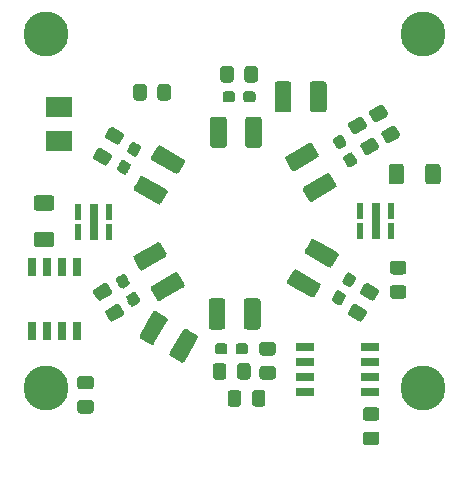
<source format=gbr>
G04 #@! TF.GenerationSoftware,KiCad,Pcbnew,(5.1.10)-1*
G04 #@! TF.CreationDate,2022-02-25T15:53:37+01:00*
G04 #@! TF.ProjectId,led_defogger_PCB_with_UV_2022,6c65645f-6465-4666-9f67-6765725f5043,rev?*
G04 #@! TF.SameCoordinates,Original*
G04 #@! TF.FileFunction,Soldermask,Top*
G04 #@! TF.FilePolarity,Negative*
%FSLAX46Y46*%
G04 Gerber Fmt 4.6, Leading zero omitted, Abs format (unit mm)*
G04 Created by KiCad (PCBNEW (5.1.10)-1) date 2022-02-25 15:53:37*
%MOMM*%
%LPD*%
G01*
G04 APERTURE LIST*
%ADD10R,1.525000X0.700000*%
%ADD11R,0.690000X3.100000*%
%ADD12R,0.530000X1.400000*%
%ADD13R,0.700000X1.525000*%
%ADD14R,2.300000X1.800000*%
%ADD15C,3.800000*%
%ADD16C,0.100000*%
G04 APERTURE END LIST*
D10*
X205099200Y-108178600D03*
X205099200Y-109448600D03*
X205099200Y-110718600D03*
X205099200Y-111988600D03*
X199675200Y-111988600D03*
X199675200Y-110718600D03*
X199675200Y-109448600D03*
X199675200Y-108178600D03*
D11*
X181737000Y-97586800D03*
D12*
X183022000Y-98436800D03*
X180452000Y-98436800D03*
X183022000Y-96736800D03*
X180452000Y-96736800D03*
D11*
X205613000Y-97536000D03*
D12*
X206898000Y-98386000D03*
X204328000Y-98386000D03*
X206898000Y-96686000D03*
X204328000Y-96686000D03*
D13*
X176524000Y-101431000D03*
X177794000Y-101431000D03*
X179064000Y-101431000D03*
X180334000Y-101431000D03*
X180334000Y-106855000D03*
X179064000Y-106855000D03*
X177794000Y-106855000D03*
X176524000Y-106855000D03*
D14*
X178816000Y-90731000D03*
X178816000Y-87831000D03*
D15*
X209626007Y-81663000D03*
X177675000Y-111663000D03*
X177699385Y-81663000D03*
X209626007Y-111663000D03*
G36*
G01*
X178171000Y-96636000D02*
X176921000Y-96636000D01*
G75*
G02*
X176671000Y-96386000I0J250000D01*
G01*
X176671000Y-95586000D01*
G75*
G02*
X176921000Y-95336000I250000J0D01*
G01*
X178171000Y-95336000D01*
G75*
G02*
X178421000Y-95586000I0J-250000D01*
G01*
X178421000Y-96386000D01*
G75*
G02*
X178171000Y-96636000I-250000J0D01*
G01*
G37*
G36*
G01*
X178171000Y-99736000D02*
X176921000Y-99736000D01*
G75*
G02*
X176671000Y-99486000I0J250000D01*
G01*
X176671000Y-98686000D01*
G75*
G02*
X176921000Y-98436000I250000J0D01*
G01*
X178171000Y-98436000D01*
G75*
G02*
X178421000Y-98686000I0J-250000D01*
G01*
X178421000Y-99486000D01*
G75*
G02*
X178171000Y-99736000I-250000J0D01*
G01*
G37*
G36*
G01*
X209815000Y-94160500D02*
X209815000Y-92910500D01*
G75*
G02*
X210065000Y-92660500I250000J0D01*
G01*
X210865000Y-92660500D01*
G75*
G02*
X211115000Y-92910500I0J-250000D01*
G01*
X211115000Y-94160500D01*
G75*
G02*
X210865000Y-94410500I-250000J0D01*
G01*
X210065000Y-94410500D01*
G75*
G02*
X209815000Y-94160500I0J250000D01*
G01*
G37*
G36*
G01*
X206715000Y-94160500D02*
X206715000Y-92910500D01*
G75*
G02*
X206965000Y-92660500I250000J0D01*
G01*
X207765000Y-92660500D01*
G75*
G02*
X208015000Y-92910500I0J-250000D01*
G01*
X208015000Y-94160500D01*
G75*
G02*
X207765000Y-94410500I-250000J0D01*
G01*
X206965000Y-94410500D01*
G75*
G02*
X206715000Y-94160500I0J250000D01*
G01*
G37*
G36*
G01*
X182846788Y-105007388D02*
X183626213Y-104557387D01*
G75*
G02*
X183967717Y-104648892I124999J-216505D01*
G01*
X184292718Y-105211811D01*
G75*
G02*
X184201213Y-105553316I-216505J-125000D01*
G01*
X183421788Y-106003317D01*
G75*
G02*
X183080283Y-105911811I-125000J216505D01*
G01*
X182755282Y-105348892D01*
G75*
G02*
X182846788Y-105007388I216505J124999D01*
G01*
G37*
G36*
G01*
X181821788Y-103232036D02*
X182601213Y-102782035D01*
G75*
G02*
X182942717Y-102873540I124999J-216505D01*
G01*
X183267718Y-103436459D01*
G75*
G02*
X183176213Y-103777964I-216505J-125000D01*
G01*
X182396788Y-104227965D01*
G75*
G02*
X182055283Y-104136459I-125000J216505D01*
G01*
X181730282Y-103573540D01*
G75*
G02*
X181821788Y-103232036I216505J124999D01*
G01*
G37*
G36*
G01*
X183621713Y-91021289D02*
X182842287Y-90571288D01*
G75*
G02*
X182750782Y-90229784I125000J216505D01*
G01*
X183075783Y-89666865D01*
G75*
G02*
X183417288Y-89575359I216505J-124999D01*
G01*
X184196713Y-90025360D01*
G75*
G02*
X184288218Y-90366864I-125000J-216505D01*
G01*
X183963217Y-90929783D01*
G75*
G02*
X183621713Y-91021289I-216505J124999D01*
G01*
G37*
G36*
G01*
X182596713Y-92796641D02*
X181817287Y-92346640D01*
G75*
G02*
X181725782Y-92005136I125000J216505D01*
G01*
X182050783Y-91442217D01*
G75*
G02*
X182392288Y-91350711I216505J-124999D01*
G01*
X183171713Y-91800712D01*
G75*
G02*
X183263218Y-92142216I-125000J-216505D01*
G01*
X182938217Y-92705135D01*
G75*
G02*
X182596713Y-92796641I-216505J124999D01*
G01*
G37*
G36*
G01*
X194506000Y-85540001D02*
X194506000Y-84639999D01*
G75*
G02*
X194755999Y-84390000I249999J0D01*
G01*
X195406001Y-84390000D01*
G75*
G02*
X195656000Y-84639999I0J-249999D01*
G01*
X195656000Y-85540001D01*
G75*
G02*
X195406001Y-85790000I-249999J0D01*
G01*
X194755999Y-85790000D01*
G75*
G02*
X194506000Y-85540001I0J249999D01*
G01*
G37*
G36*
G01*
X192456000Y-85540001D02*
X192456000Y-84639999D01*
G75*
G02*
X192705999Y-84390000I249999J0D01*
G01*
X193356001Y-84390000D01*
G75*
G02*
X193606000Y-84639999I0J-249999D01*
G01*
X193606000Y-85540001D01*
G75*
G02*
X193356001Y-85790000I-249999J0D01*
G01*
X192705999Y-85790000D01*
G75*
G02*
X192456000Y-85540001I0J249999D01*
G01*
G37*
G36*
G01*
X204432288Y-90911712D02*
X205211713Y-90461711D01*
G75*
G02*
X205553217Y-90553216I124999J-216505D01*
G01*
X205878218Y-91116135D01*
G75*
G02*
X205786713Y-91457640I-216505J-125000D01*
G01*
X205007288Y-91907641D01*
G75*
G02*
X204665783Y-91816135I-125000J216505D01*
G01*
X204340782Y-91253216D01*
G75*
G02*
X204432288Y-90911712I216505J124999D01*
G01*
G37*
G36*
G01*
X203407288Y-89136360D02*
X204186713Y-88686359D01*
G75*
G02*
X204528217Y-88777864I124999J-216505D01*
G01*
X204853218Y-89340783D01*
G75*
G02*
X204761713Y-89682288I-216505J-125000D01*
G01*
X203982288Y-90132289D01*
G75*
G02*
X203640783Y-90040783I-125000J216505D01*
G01*
X203315782Y-89477864D01*
G75*
G02*
X203407288Y-89136360I216505J124999D01*
G01*
G37*
G36*
G01*
X203982288Y-104558711D02*
X204761713Y-105008712D01*
G75*
G02*
X204853218Y-105350216I-125000J-216505D01*
G01*
X204528217Y-105913135D01*
G75*
G02*
X204186712Y-106004641I-216505J124999D01*
G01*
X203407287Y-105554640D01*
G75*
G02*
X203315782Y-105213136I125000J216505D01*
G01*
X203640783Y-104650217D01*
G75*
G02*
X203982288Y-104558711I216505J-124999D01*
G01*
G37*
G36*
G01*
X205007288Y-102783359D02*
X205786713Y-103233360D01*
G75*
G02*
X205878218Y-103574864I-125000J-216505D01*
G01*
X205553217Y-104137783D01*
G75*
G02*
X205211712Y-104229289I-216505J124999D01*
G01*
X204432287Y-103779288D01*
G75*
G02*
X204340782Y-103437784I125000J216505D01*
G01*
X204665783Y-102874865D01*
G75*
G02*
X205007288Y-102783359I216505J-124999D01*
G01*
G37*
G36*
G01*
X192980000Y-109785999D02*
X192980000Y-110686001D01*
G75*
G02*
X192730001Y-110936000I-249999J0D01*
G01*
X192079999Y-110936000D01*
G75*
G02*
X191830000Y-110686001I0J249999D01*
G01*
X191830000Y-109785999D01*
G75*
G02*
X192079999Y-109536000I249999J0D01*
G01*
X192730001Y-109536000D01*
G75*
G02*
X192980000Y-109785999I0J-249999D01*
G01*
G37*
G36*
G01*
X195030000Y-109785999D02*
X195030000Y-110686001D01*
G75*
G02*
X194780001Y-110936000I-249999J0D01*
G01*
X194129999Y-110936000D01*
G75*
G02*
X193880000Y-110686001I0J249999D01*
G01*
X193880000Y-109785999D01*
G75*
G02*
X194129999Y-109536000I249999J0D01*
G01*
X194780001Y-109536000D01*
G75*
G02*
X195030000Y-109785999I0J-249999D01*
G01*
G37*
G36*
G01*
X205682001Y-114434200D02*
X204781999Y-114434200D01*
G75*
G02*
X204532000Y-114184201I0J249999D01*
G01*
X204532000Y-113534199D01*
G75*
G02*
X204781999Y-113284200I249999J0D01*
G01*
X205682001Y-113284200D01*
G75*
G02*
X205932000Y-113534199I0J-249999D01*
G01*
X205932000Y-114184201D01*
G75*
G02*
X205682001Y-114434200I-249999J0D01*
G01*
G37*
G36*
G01*
X205682001Y-116484200D02*
X204781999Y-116484200D01*
G75*
G02*
X204532000Y-116234201I0J249999D01*
G01*
X204532000Y-115584199D01*
G75*
G02*
X204781999Y-115334200I249999J0D01*
G01*
X205682001Y-115334200D01*
G75*
G02*
X205932000Y-115584199I0J-249999D01*
G01*
X205932000Y-116234201D01*
G75*
G02*
X205682001Y-116484200I-249999J0D01*
G01*
G37*
G36*
G01*
X184627319Y-103799859D02*
X185038681Y-103562359D01*
G75*
G02*
X185363112Y-103649290I118750J-205681D01*
G01*
X185650612Y-104147254D01*
G75*
G02*
X185563681Y-104471685I-205681J-118750D01*
G01*
X185152319Y-104709185D01*
G75*
G02*
X184827888Y-104622254I-118750J205681D01*
G01*
X184540388Y-104124290D01*
G75*
G02*
X184627319Y-103799859I205681J118750D01*
G01*
G37*
G36*
G01*
X183752319Y-102284315D02*
X184163681Y-102046815D01*
G75*
G02*
X184488112Y-102133746I118750J-205681D01*
G01*
X184775612Y-102631710D01*
G75*
G02*
X184688681Y-102956141I-205681J-118750D01*
G01*
X184277319Y-103193641D01*
G75*
G02*
X183952888Y-103106710I-118750J205681D01*
G01*
X183665388Y-102608746D01*
G75*
G02*
X183752319Y-102284315I205681J118750D01*
G01*
G37*
G36*
G01*
X184347819Y-92382131D02*
X184759181Y-92619631D01*
G75*
G02*
X184846112Y-92944062I-118750J-205681D01*
G01*
X184558612Y-93442026D01*
G75*
G02*
X184234181Y-93528957I-205681J118750D01*
G01*
X183822819Y-93291457D01*
G75*
G02*
X183735888Y-92967026I118750J205681D01*
G01*
X184023388Y-92469062D01*
G75*
G02*
X184347819Y-92382131I205681J-118750D01*
G01*
G37*
G36*
G01*
X185222819Y-90866587D02*
X185634181Y-91104087D01*
G75*
G02*
X185721112Y-91428518I-118750J-205681D01*
G01*
X185433612Y-91926482D01*
G75*
G02*
X185109181Y-92013413I-205681J118750D01*
G01*
X184697819Y-91775913D01*
G75*
G02*
X184610888Y-91451482I118750J205681D01*
G01*
X184898388Y-90953518D01*
G75*
G02*
X185222819Y-90866587I205681J-118750D01*
G01*
G37*
G36*
G01*
X193706000Y-86757500D02*
X193706000Y-87232500D01*
G75*
G02*
X193468500Y-87470000I-237500J0D01*
G01*
X192893500Y-87470000D01*
G75*
G02*
X192656000Y-87232500I0J237500D01*
G01*
X192656000Y-86757500D01*
G75*
G02*
X192893500Y-86520000I237500J0D01*
G01*
X193468500Y-86520000D01*
G75*
G02*
X193706000Y-86757500I0J-237500D01*
G01*
G37*
G36*
G01*
X195456000Y-86757500D02*
X195456000Y-87232500D01*
G75*
G02*
X195218500Y-87470000I-237500J0D01*
G01*
X194643500Y-87470000D01*
G75*
G02*
X194406000Y-87232500I0J237500D01*
G01*
X194406000Y-86757500D01*
G75*
G02*
X194643500Y-86520000I237500J0D01*
G01*
X195218500Y-86520000D01*
G75*
G02*
X195456000Y-86757500I0J-237500D01*
G01*
G37*
G36*
G01*
X203047181Y-91149369D02*
X202635819Y-91386869D01*
G75*
G02*
X202311388Y-91299938I-118750J205681D01*
G01*
X202023888Y-90801974D01*
G75*
G02*
X202110819Y-90477543I205681J118750D01*
G01*
X202522181Y-90240043D01*
G75*
G02*
X202846612Y-90326974I118750J-205681D01*
G01*
X203134112Y-90824938D01*
G75*
G02*
X203047181Y-91149369I-205681J-118750D01*
G01*
G37*
G36*
G01*
X203922181Y-92664913D02*
X203510819Y-92902413D01*
G75*
G02*
X203186388Y-92815482I-118750J205681D01*
G01*
X202898888Y-92317518D01*
G75*
G02*
X202985819Y-91993087I205681J118750D01*
G01*
X203397181Y-91755587D01*
G75*
G02*
X203721612Y-91842518I118750J-205681D01*
G01*
X204009112Y-92340482D01*
G75*
G02*
X203922181Y-92664913I-205681J-118750D01*
G01*
G37*
G36*
G01*
X203326681Y-103066641D02*
X202915319Y-102829141D01*
G75*
G02*
X202828388Y-102504710I118750J205681D01*
G01*
X203115888Y-102006746D01*
G75*
G02*
X203440319Y-101919815I205681J-118750D01*
G01*
X203851681Y-102157315D01*
G75*
G02*
X203938612Y-102481746I-118750J-205681D01*
G01*
X203651112Y-102979710D01*
G75*
G02*
X203326681Y-103066641I-205681J118750D01*
G01*
G37*
G36*
G01*
X202451681Y-104582185D02*
X202040319Y-104344685D01*
G75*
G02*
X201953388Y-104020254I118750J205681D01*
G01*
X202240888Y-103522290D01*
G75*
G02*
X202565319Y-103435359I205681J-118750D01*
G01*
X202976681Y-103672859D01*
G75*
G02*
X203063612Y-103997290I-118750J-205681D01*
G01*
X202776112Y-104495254D01*
G75*
G02*
X202451681Y-104582185I-205681J118750D01*
G01*
G37*
G36*
G01*
X193771000Y-108568500D02*
X193771000Y-108093500D01*
G75*
G02*
X194008500Y-107856000I237500J0D01*
G01*
X194583500Y-107856000D01*
G75*
G02*
X194821000Y-108093500I0J-237500D01*
G01*
X194821000Y-108568500D01*
G75*
G02*
X194583500Y-108806000I-237500J0D01*
G01*
X194008500Y-108806000D01*
G75*
G02*
X193771000Y-108568500I0J237500D01*
G01*
G37*
G36*
G01*
X192021000Y-108568500D02*
X192021000Y-108093500D01*
G75*
G02*
X192258500Y-107856000I237500J0D01*
G01*
X192833500Y-107856000D01*
G75*
G02*
X193071000Y-108093500I0J-237500D01*
G01*
X193071000Y-108568500D01*
G75*
G02*
X192833500Y-108806000I-237500J0D01*
G01*
X192258500Y-108806000D01*
G75*
G02*
X192021000Y-108568500I0J237500D01*
G01*
G37*
G36*
G01*
X188220670Y-108633477D02*
X189295670Y-106771523D01*
G75*
G02*
X189637176Y-106680017I216506J-125000D01*
G01*
X190438250Y-107142517D01*
G75*
G02*
X190529756Y-107484023I-125000J-216506D01*
G01*
X189454756Y-109345977D01*
G75*
G02*
X189113250Y-109437483I-216506J125000D01*
G01*
X188312176Y-108974983D01*
G75*
G02*
X188220670Y-108633477I125000J216506D01*
G01*
G37*
G36*
G01*
X185644244Y-107145977D02*
X186719244Y-105284023D01*
G75*
G02*
X187060750Y-105192517I216506J-125000D01*
G01*
X187861824Y-105655017D01*
G75*
G02*
X187953330Y-105996523I-125000J-216506D01*
G01*
X186878330Y-107858477D01*
G75*
G02*
X186536824Y-107949983I-216506J125000D01*
G01*
X185735750Y-107487483D01*
G75*
G02*
X185644244Y-107145977I125000J216506D01*
G01*
G37*
G36*
G01*
X198488000Y-85920000D02*
X198488000Y-88070000D01*
G75*
G02*
X198238000Y-88320000I-250000J0D01*
G01*
X197313000Y-88320000D01*
G75*
G02*
X197063000Y-88070000I0J250000D01*
G01*
X197063000Y-85920000D01*
G75*
G02*
X197313000Y-85670000I250000J0D01*
G01*
X198238000Y-85670000D01*
G75*
G02*
X198488000Y-85920000I0J-250000D01*
G01*
G37*
G36*
G01*
X201463000Y-85920000D02*
X201463000Y-88070000D01*
G75*
G02*
X201213000Y-88320000I-250000J0D01*
G01*
X200288000Y-88320000D01*
G75*
G02*
X200038000Y-88070000I0J250000D01*
G01*
X200038000Y-85920000D01*
G75*
G02*
X200288000Y-85670000I250000J0D01*
G01*
X201213000Y-85670000D01*
G75*
G02*
X201463000Y-85920000I0J-250000D01*
G01*
G37*
G36*
G01*
X185991523Y-93743670D02*
X187853477Y-94818670D01*
G75*
G02*
X187944983Y-95160176I-125000J-216506D01*
G01*
X187482483Y-95961250D01*
G75*
G02*
X187140977Y-96052756I-216506J125000D01*
G01*
X185279023Y-94977756D01*
G75*
G02*
X185187517Y-94636250I125000J216506D01*
G01*
X185650017Y-93835176D01*
G75*
G02*
X185991523Y-93743670I216506J-125000D01*
G01*
G37*
G36*
G01*
X187479023Y-91167244D02*
X189340977Y-92242244D01*
G75*
G02*
X189432483Y-92583750I-125000J-216506D01*
G01*
X188969983Y-93384824D01*
G75*
G02*
X188628477Y-93476330I-216506J125000D01*
G01*
X186766523Y-92401330D01*
G75*
G02*
X186675017Y-92059824I125000J216506D01*
G01*
X187137517Y-91258750D01*
G75*
G02*
X187479023Y-91167244I216506J-125000D01*
G01*
G37*
G36*
G01*
X194565000Y-91065000D02*
X194565000Y-88915000D01*
G75*
G02*
X194815000Y-88665000I250000J0D01*
G01*
X195740000Y-88665000D01*
G75*
G02*
X195990000Y-88915000I0J-250000D01*
G01*
X195990000Y-91065000D01*
G75*
G02*
X195740000Y-91315000I-250000J0D01*
G01*
X194815000Y-91315000D01*
G75*
G02*
X194565000Y-91065000I0J250000D01*
G01*
G37*
G36*
G01*
X191590000Y-91065000D02*
X191590000Y-88915000D01*
G75*
G02*
X191840000Y-88665000I250000J0D01*
G01*
X192765000Y-88665000D01*
G75*
G02*
X193015000Y-88915000I0J-250000D01*
G01*
X193015000Y-91065000D01*
G75*
G02*
X192765000Y-91315000I-250000J0D01*
G01*
X191840000Y-91315000D01*
G75*
G02*
X191590000Y-91065000I0J250000D01*
G01*
G37*
G36*
G01*
X186716523Y-102978670D02*
X188578477Y-101903670D01*
G75*
G02*
X188919983Y-101995176I125000J-216506D01*
G01*
X189382483Y-102796250D01*
G75*
G02*
X189290977Y-103137756I-216506J-125000D01*
G01*
X187429023Y-104212756D01*
G75*
G02*
X187087517Y-104121250I-125000J216506D01*
G01*
X186625017Y-103320176D01*
G75*
G02*
X186716523Y-102978670I216506J125000D01*
G01*
G37*
G36*
G01*
X185229023Y-100402244D02*
X187090977Y-99327244D01*
G75*
G02*
X187432483Y-99418750I125000J-216506D01*
G01*
X187894983Y-100219824D01*
G75*
G02*
X187803477Y-100561330I-216506J-125000D01*
G01*
X185941523Y-101636330D01*
G75*
G02*
X185600017Y-101544824I-125000J216506D01*
G01*
X185137517Y-100743750D01*
G75*
G02*
X185229023Y-100402244I216506J125000D01*
G01*
G37*
G36*
G01*
X200663477Y-92171330D02*
X198801523Y-93246330D01*
G75*
G02*
X198460017Y-93154824I-125000J216506D01*
G01*
X197997517Y-92353750D01*
G75*
G02*
X198089023Y-92012244I216506J125000D01*
G01*
X199950977Y-90937244D01*
G75*
G02*
X200292483Y-91028750I125000J-216506D01*
G01*
X200754983Y-91829824D01*
G75*
G02*
X200663477Y-92171330I-216506J-125000D01*
G01*
G37*
G36*
G01*
X202150977Y-94747756D02*
X200289023Y-95822756D01*
G75*
G02*
X199947517Y-95731250I-125000J216506D01*
G01*
X199485017Y-94930176D01*
G75*
G02*
X199576523Y-94588670I216506J125000D01*
G01*
X201438477Y-93513670D01*
G75*
G02*
X201779983Y-93605176I125000J-216506D01*
G01*
X202242483Y-94406250D01*
G75*
G02*
X202150977Y-94747756I-216506J-125000D01*
G01*
G37*
G36*
G01*
X201618477Y-101386330D02*
X199756523Y-100311330D01*
G75*
G02*
X199665017Y-99969824I125000J216506D01*
G01*
X200127517Y-99168750D01*
G75*
G02*
X200469023Y-99077244I216506J-125000D01*
G01*
X202330977Y-100152244D01*
G75*
G02*
X202422483Y-100493750I-125000J-216506D01*
G01*
X201959983Y-101294824D01*
G75*
G02*
X201618477Y-101386330I-216506J125000D01*
G01*
G37*
G36*
G01*
X200130977Y-103962756D02*
X198269023Y-102887756D01*
G75*
G02*
X198177517Y-102546250I125000J216506D01*
G01*
X198640017Y-101745176D01*
G75*
G02*
X198981523Y-101653670I216506J-125000D01*
G01*
X200843477Y-102728670D01*
G75*
G02*
X200934983Y-103070176I-125000J-216506D01*
G01*
X200472483Y-103871250D01*
G75*
G02*
X200130977Y-103962756I-216506J125000D01*
G01*
G37*
G36*
G01*
X192895000Y-104295000D02*
X192895000Y-106445000D01*
G75*
G02*
X192645000Y-106695000I-250000J0D01*
G01*
X191720000Y-106695000D01*
G75*
G02*
X191470000Y-106445000I0J250000D01*
G01*
X191470000Y-104295000D01*
G75*
G02*
X191720000Y-104045000I250000J0D01*
G01*
X192645000Y-104045000D01*
G75*
G02*
X192895000Y-104295000I0J-250000D01*
G01*
G37*
G36*
G01*
X195870000Y-104295000D02*
X195870000Y-106445000D01*
G75*
G02*
X195620000Y-106695000I-250000J0D01*
G01*
X194695000Y-106695000D01*
G75*
G02*
X194445000Y-106445000I0J250000D01*
G01*
X194445000Y-104295000D01*
G75*
G02*
X194695000Y-104045000I250000J0D01*
G01*
X195620000Y-104045000D01*
G75*
G02*
X195870000Y-104295000I0J-250000D01*
G01*
G37*
G36*
G01*
X180601199Y-112667200D02*
X181501201Y-112667200D01*
G75*
G02*
X181751200Y-112917199I0J-249999D01*
G01*
X181751200Y-113567201D01*
G75*
G02*
X181501201Y-113817200I-249999J0D01*
G01*
X180601199Y-113817200D01*
G75*
G02*
X180351200Y-113567201I0J249999D01*
G01*
X180351200Y-112917199D01*
G75*
G02*
X180601199Y-112667200I249999J0D01*
G01*
G37*
G36*
G01*
X180601199Y-110617200D02*
X181501201Y-110617200D01*
G75*
G02*
X181751200Y-110867199I0J-249999D01*
G01*
X181751200Y-111517201D01*
G75*
G02*
X181501201Y-111767200I-249999J0D01*
G01*
X180601199Y-111767200D01*
G75*
G02*
X180351200Y-111517201I0J249999D01*
G01*
X180351200Y-110867199D01*
G75*
G02*
X180601199Y-110617200I249999J0D01*
G01*
G37*
G36*
G01*
X186240000Y-86163999D02*
X186240000Y-87064001D01*
G75*
G02*
X185990001Y-87314000I-249999J0D01*
G01*
X185339999Y-87314000D01*
G75*
G02*
X185090000Y-87064001I0J249999D01*
G01*
X185090000Y-86163999D01*
G75*
G02*
X185339999Y-85914000I249999J0D01*
G01*
X185990001Y-85914000D01*
G75*
G02*
X186240000Y-86163999I0J-249999D01*
G01*
G37*
G36*
G01*
X188290000Y-86163999D02*
X188290000Y-87064001D01*
G75*
G02*
X188040001Y-87314000I-249999J0D01*
G01*
X187389999Y-87314000D01*
G75*
G02*
X187140000Y-87064001I0J249999D01*
G01*
X187140000Y-86163999D01*
G75*
G02*
X187389999Y-85914000I249999J0D01*
G01*
X188040001Y-85914000D01*
G75*
G02*
X188290000Y-86163999I0J-249999D01*
G01*
G37*
G36*
G01*
X195141000Y-112972001D02*
X195141000Y-112071999D01*
G75*
G02*
X195390999Y-111822000I249999J0D01*
G01*
X196041001Y-111822000D01*
G75*
G02*
X196291000Y-112071999I0J-249999D01*
G01*
X196291000Y-112972001D01*
G75*
G02*
X196041001Y-113222000I-249999J0D01*
G01*
X195390999Y-113222000D01*
G75*
G02*
X195141000Y-112972001I0J249999D01*
G01*
G37*
G36*
G01*
X193091000Y-112972001D02*
X193091000Y-112071999D01*
G75*
G02*
X193340999Y-111822000I249999J0D01*
G01*
X193991001Y-111822000D01*
G75*
G02*
X194241000Y-112071999I0J-249999D01*
G01*
X194241000Y-112972001D01*
G75*
G02*
X193991001Y-113222000I-249999J0D01*
G01*
X193340999Y-113222000D01*
G75*
G02*
X193091000Y-112972001I0J249999D01*
G01*
G37*
G36*
G01*
X206539713Y-88666288D02*
X205760288Y-89116289D01*
G75*
G02*
X205418783Y-89024783I-125000J216505D01*
G01*
X205093782Y-88461864D01*
G75*
G02*
X205185288Y-88120360I216505J124999D01*
G01*
X205964713Y-87670359D01*
G75*
G02*
X206306217Y-87761865I124999J-216505D01*
G01*
X206631218Y-88324784D01*
G75*
G02*
X206539713Y-88666288I-216505J-124999D01*
G01*
G37*
G36*
G01*
X207564713Y-90441640D02*
X206785288Y-90891641D01*
G75*
G02*
X206443783Y-90800135I-125000J216505D01*
G01*
X206118782Y-90237216D01*
G75*
G02*
X206210288Y-89895712I216505J124999D01*
G01*
X206989713Y-89445711D01*
G75*
G02*
X207331217Y-89537217I124999J-216505D01*
G01*
X207656218Y-90100136D01*
G75*
G02*
X207564713Y-90441640I-216505J-124999D01*
G01*
G37*
G36*
G01*
X207067999Y-102939000D02*
X207968001Y-102939000D01*
G75*
G02*
X208218000Y-103188999I0J-249999D01*
G01*
X208218000Y-103839001D01*
G75*
G02*
X207968001Y-104089000I-249999J0D01*
G01*
X207067999Y-104089000D01*
G75*
G02*
X206818000Y-103839001I0J249999D01*
G01*
X206818000Y-103188999D01*
G75*
G02*
X207067999Y-102939000I249999J0D01*
G01*
G37*
G36*
G01*
X207067999Y-100889000D02*
X207968001Y-100889000D01*
G75*
G02*
X208218000Y-101138999I0J-249999D01*
G01*
X208218000Y-101789001D01*
G75*
G02*
X207968001Y-102039000I-249999J0D01*
G01*
X207067999Y-102039000D01*
G75*
G02*
X206818000Y-101789001I0J249999D01*
G01*
X206818000Y-101138999D01*
G75*
G02*
X207067999Y-100889000I249999J0D01*
G01*
G37*
G36*
G01*
X196018999Y-109797000D02*
X196919001Y-109797000D01*
G75*
G02*
X197169000Y-110046999I0J-249999D01*
G01*
X197169000Y-110697001D01*
G75*
G02*
X196919001Y-110947000I-249999J0D01*
G01*
X196018999Y-110947000D01*
G75*
G02*
X195769000Y-110697001I0J249999D01*
G01*
X195769000Y-110046999D01*
G75*
G02*
X196018999Y-109797000I249999J0D01*
G01*
G37*
G36*
G01*
X196018999Y-107747000D02*
X196919001Y-107747000D01*
G75*
G02*
X197169000Y-107996999I0J-249999D01*
G01*
X197169000Y-108647001D01*
G75*
G02*
X196919001Y-108897000I-249999J0D01*
G01*
X196018999Y-108897000D01*
G75*
G02*
X195769000Y-108647001I0J249999D01*
G01*
X195769000Y-107996999D01*
G75*
G02*
X196018999Y-107747000I249999J0D01*
G01*
G37*
D16*
G36*
X188222400Y-108632482D02*
G01*
X188222490Y-108634307D01*
X188202346Y-108678762D01*
X188191308Y-108726109D01*
X188189716Y-108774698D01*
X188197636Y-108822661D01*
X188214761Y-108868162D01*
X188240431Y-108909442D01*
X188273664Y-108944925D01*
X188313264Y-108973302D01*
X189114164Y-109435701D01*
X189158535Y-109455807D01*
X189205881Y-109466845D01*
X189254471Y-109468437D01*
X189302434Y-109460517D01*
X189347935Y-109443392D01*
X189389215Y-109417722D01*
X189424698Y-109384489D01*
X189453130Y-109344812D01*
X189454952Y-109343987D01*
X189456578Y-109345152D01*
X189456488Y-109346977D01*
X189418991Y-109411924D01*
X189418885Y-109412089D01*
X189396076Y-109443920D01*
X189395817Y-109444215D01*
X189371741Y-109466765D01*
X189371430Y-109467003D01*
X189343423Y-109484418D01*
X189343072Y-109484592D01*
X189312201Y-109496212D01*
X189311822Y-109496313D01*
X189279281Y-109501685D01*
X189278890Y-109501711D01*
X189245924Y-109500632D01*
X189245535Y-109500581D01*
X189213410Y-109493090D01*
X189213039Y-109492964D01*
X189177376Y-109476806D01*
X189177201Y-109476716D01*
X188246224Y-108939216D01*
X188246059Y-108939110D01*
X188214235Y-108916305D01*
X188213940Y-108916046D01*
X188191391Y-108891971D01*
X188191153Y-108891660D01*
X188173735Y-108863649D01*
X188173561Y-108863298D01*
X188161942Y-108832428D01*
X188161841Y-108832049D01*
X188156469Y-108799509D01*
X188156443Y-108799118D01*
X188157522Y-108766152D01*
X188157573Y-108765763D01*
X188165064Y-108733636D01*
X188165190Y-108733265D01*
X188181348Y-108697605D01*
X188181438Y-108697430D01*
X188218936Y-108632482D01*
X188220668Y-108631482D01*
X188222400Y-108632482D01*
G37*
G36*
X185645974Y-107144982D02*
G01*
X185646064Y-107146807D01*
X185625920Y-107191262D01*
X185614882Y-107238609D01*
X185613290Y-107287198D01*
X185621210Y-107335161D01*
X185638335Y-107380662D01*
X185664005Y-107421942D01*
X185697238Y-107457425D01*
X185736838Y-107485802D01*
X186537738Y-107948201D01*
X186582109Y-107968307D01*
X186629455Y-107979345D01*
X186678045Y-107980937D01*
X186726008Y-107973017D01*
X186771509Y-107955892D01*
X186812789Y-107930222D01*
X186848272Y-107896989D01*
X186876704Y-107857312D01*
X186878526Y-107856487D01*
X186880152Y-107857652D01*
X186880062Y-107859477D01*
X186842565Y-107924424D01*
X186842459Y-107924589D01*
X186819650Y-107956420D01*
X186819391Y-107956715D01*
X186795315Y-107979265D01*
X186795004Y-107979503D01*
X186766997Y-107996918D01*
X186766646Y-107997092D01*
X186735775Y-108008712D01*
X186735396Y-108008813D01*
X186702855Y-108014185D01*
X186702464Y-108014211D01*
X186669498Y-108013132D01*
X186669109Y-108013081D01*
X186636984Y-108005590D01*
X186636613Y-108005464D01*
X186600950Y-107989306D01*
X186600775Y-107989216D01*
X185669798Y-107451716D01*
X185669633Y-107451610D01*
X185637809Y-107428805D01*
X185637514Y-107428546D01*
X185614965Y-107404471D01*
X185614727Y-107404160D01*
X185597309Y-107376149D01*
X185597135Y-107375798D01*
X185585516Y-107344928D01*
X185585415Y-107344549D01*
X185580043Y-107312009D01*
X185580017Y-107311618D01*
X185581096Y-107278652D01*
X185581147Y-107278263D01*
X185588638Y-107246136D01*
X185588764Y-107245765D01*
X185604922Y-107210105D01*
X185605012Y-107209930D01*
X185642510Y-107144982D01*
X185644242Y-107143982D01*
X185645974Y-107144982D01*
G37*
G36*
X189504502Y-106616868D02*
G01*
X189504891Y-106616919D01*
X189537016Y-106624410D01*
X189537387Y-106624536D01*
X189573050Y-106640694D01*
X189573225Y-106640784D01*
X190504202Y-107178284D01*
X190504367Y-107178390D01*
X190536191Y-107201195D01*
X190536486Y-107201454D01*
X190559035Y-107225529D01*
X190559273Y-107225840D01*
X190576691Y-107253851D01*
X190576865Y-107254202D01*
X190588484Y-107285072D01*
X190588585Y-107285451D01*
X190593957Y-107317991D01*
X190593983Y-107318382D01*
X190592904Y-107351348D01*
X190592853Y-107351737D01*
X190585362Y-107383864D01*
X190585236Y-107384235D01*
X190569078Y-107419895D01*
X190568988Y-107420070D01*
X190531490Y-107485018D01*
X190529758Y-107486018D01*
X190528026Y-107485018D01*
X190527936Y-107483193D01*
X190548080Y-107438738D01*
X190559118Y-107391391D01*
X190560710Y-107342802D01*
X190552790Y-107294839D01*
X190535665Y-107249338D01*
X190509995Y-107208058D01*
X190476762Y-107172575D01*
X190437162Y-107144198D01*
X189636262Y-106681799D01*
X189591891Y-106661693D01*
X189544545Y-106650655D01*
X189495955Y-106649063D01*
X189447992Y-106656983D01*
X189402491Y-106674108D01*
X189361211Y-106699778D01*
X189325728Y-106733011D01*
X189297296Y-106772688D01*
X189295474Y-106773513D01*
X189293848Y-106772348D01*
X189293938Y-106770523D01*
X189331435Y-106705576D01*
X189331541Y-106705411D01*
X189354350Y-106673580D01*
X189354609Y-106673285D01*
X189378685Y-106650735D01*
X189378996Y-106650497D01*
X189407003Y-106633082D01*
X189407354Y-106632908D01*
X189438225Y-106621288D01*
X189438604Y-106621187D01*
X189471145Y-106615815D01*
X189471536Y-106615789D01*
X189504502Y-106616868D01*
G37*
G36*
X186928076Y-105129368D02*
G01*
X186928465Y-105129419D01*
X186960590Y-105136910D01*
X186960961Y-105137036D01*
X186996624Y-105153194D01*
X186996799Y-105153284D01*
X187927776Y-105690784D01*
X187927941Y-105690890D01*
X187959765Y-105713695D01*
X187960060Y-105713954D01*
X187982609Y-105738029D01*
X187982847Y-105738340D01*
X188000265Y-105766351D01*
X188000439Y-105766702D01*
X188012058Y-105797572D01*
X188012159Y-105797951D01*
X188017531Y-105830491D01*
X188017557Y-105830882D01*
X188016478Y-105863848D01*
X188016427Y-105864237D01*
X188008936Y-105896364D01*
X188008810Y-105896735D01*
X187992652Y-105932395D01*
X187992562Y-105932570D01*
X187955064Y-105997518D01*
X187953332Y-105998518D01*
X187951600Y-105997518D01*
X187951510Y-105995693D01*
X187971654Y-105951238D01*
X187982692Y-105903891D01*
X187984284Y-105855302D01*
X187976364Y-105807339D01*
X187959239Y-105761838D01*
X187933569Y-105720558D01*
X187900336Y-105685075D01*
X187860736Y-105656698D01*
X187059836Y-105194299D01*
X187015465Y-105174193D01*
X186968119Y-105163155D01*
X186919529Y-105161563D01*
X186871566Y-105169483D01*
X186826065Y-105186608D01*
X186784785Y-105212278D01*
X186749302Y-105245511D01*
X186720870Y-105285188D01*
X186719048Y-105286013D01*
X186717422Y-105284848D01*
X186717512Y-105283023D01*
X186755009Y-105218076D01*
X186755115Y-105217911D01*
X186777924Y-105186080D01*
X186778183Y-105185785D01*
X186802259Y-105163235D01*
X186802570Y-105162997D01*
X186830577Y-105145582D01*
X186830928Y-105145408D01*
X186861799Y-105133788D01*
X186862178Y-105133687D01*
X186894719Y-105128315D01*
X186895110Y-105128289D01*
X186928076Y-105129368D01*
G37*
G36*
X185192043Y-103506668D02*
G01*
X185225769Y-103512236D01*
X185226148Y-103512337D01*
X185258147Y-103524381D01*
X185258498Y-103524555D01*
X185287527Y-103542606D01*
X185287838Y-103542844D01*
X185312793Y-103566218D01*
X185313052Y-103566513D01*
X185336562Y-103599320D01*
X185336668Y-103599485D01*
X185571942Y-104006993D01*
X185572498Y-104007956D01*
X185593308Y-104044000D01*
X185604295Y-104063030D01*
X185637331Y-104120250D01*
X185639086Y-104123290D01*
X185646881Y-104136791D01*
X185680524Y-104195062D01*
X185680614Y-104195237D01*
X185697269Y-104231995D01*
X185697395Y-104232366D01*
X185705159Y-104265666D01*
X185705210Y-104266055D01*
X185706329Y-104300225D01*
X185706303Y-104300616D01*
X185700735Y-104334343D01*
X185700634Y-104334722D01*
X185688590Y-104366719D01*
X185688416Y-104367070D01*
X185670365Y-104396100D01*
X185670127Y-104396411D01*
X185646753Y-104421366D01*
X185646458Y-104421625D01*
X185613651Y-104445135D01*
X185613486Y-104445241D01*
X185104511Y-104739097D01*
X185104336Y-104739187D01*
X185067578Y-104755842D01*
X185067207Y-104755968D01*
X185033907Y-104763732D01*
X185033518Y-104763783D01*
X184999348Y-104764902D01*
X184998957Y-104764876D01*
X184965231Y-104759308D01*
X184964852Y-104759207D01*
X184932853Y-104747163D01*
X184932502Y-104746989D01*
X184903473Y-104728938D01*
X184903162Y-104728700D01*
X184878207Y-104705326D01*
X184877948Y-104705031D01*
X184854438Y-104672224D01*
X184854332Y-104672059D01*
X184609056Y-104247227D01*
X184594184Y-104221468D01*
X184571418Y-104182036D01*
X184551914Y-104148254D01*
X184545686Y-104137467D01*
X184510476Y-104076482D01*
X184510386Y-104076307D01*
X184493731Y-104039549D01*
X184493605Y-104039178D01*
X184485841Y-104005878D01*
X184485790Y-104005489D01*
X184485288Y-103990137D01*
X184511082Y-103990137D01*
X184512594Y-104036277D01*
X184523076Y-104081237D01*
X184542170Y-104123376D01*
X184549150Y-104135467D01*
X184555378Y-104146254D01*
X184574882Y-104180036D01*
X184597648Y-104219468D01*
X184612520Y-104245227D01*
X184829569Y-104621166D01*
X184856519Y-104658775D01*
X184890213Y-104690332D01*
X184929412Y-104714708D01*
X184972620Y-104730970D01*
X185018166Y-104738490D01*
X185064306Y-104736979D01*
X185109266Y-104726497D01*
X185151405Y-104707403D01*
X185562593Y-104470004D01*
X185600202Y-104443054D01*
X185631759Y-104409360D01*
X185656135Y-104370160D01*
X185672397Y-104326952D01*
X185679918Y-104281407D01*
X185678406Y-104235267D01*
X185667924Y-104190307D01*
X185648830Y-104148168D01*
X185643417Y-104138791D01*
X185635622Y-104125290D01*
X185633867Y-104122250D01*
X185600831Y-104065030D01*
X185589844Y-104046000D01*
X185569034Y-104009956D01*
X185568478Y-104008993D01*
X185361431Y-103650378D01*
X185334481Y-103612769D01*
X185300787Y-103581212D01*
X185261588Y-103556836D01*
X185218380Y-103540574D01*
X185172834Y-103533054D01*
X185126694Y-103534565D01*
X185081734Y-103545047D01*
X185039595Y-103564141D01*
X184628407Y-103801540D01*
X184590798Y-103828490D01*
X184559241Y-103862184D01*
X184534865Y-103901384D01*
X184518603Y-103944592D01*
X184511082Y-103990137D01*
X184485288Y-103990137D01*
X184484671Y-103971319D01*
X184484697Y-103970928D01*
X184490265Y-103937201D01*
X184490366Y-103936822D01*
X184502410Y-103904825D01*
X184502584Y-103904474D01*
X184520635Y-103875444D01*
X184520873Y-103875133D01*
X184544247Y-103850178D01*
X184544542Y-103849919D01*
X184577349Y-103826409D01*
X184577514Y-103826303D01*
X185086489Y-103532447D01*
X185086664Y-103532357D01*
X185123422Y-103515702D01*
X185123793Y-103515576D01*
X185157093Y-103507812D01*
X185157482Y-103507761D01*
X185191652Y-103506642D01*
X185192043Y-103506668D01*
G37*
G36*
X202446518Y-103380761D02*
G01*
X202446907Y-103380812D01*
X202480207Y-103388576D01*
X202480578Y-103388702D01*
X202517336Y-103405357D01*
X202517511Y-103405447D01*
X203026486Y-103699303D01*
X203026651Y-103699409D01*
X203059458Y-103722919D01*
X203059753Y-103723178D01*
X203083127Y-103748133D01*
X203083365Y-103748444D01*
X203101416Y-103777473D01*
X203101590Y-103777824D01*
X203113634Y-103809823D01*
X203113735Y-103810202D01*
X203119303Y-103843928D01*
X203119329Y-103844319D01*
X203118210Y-103878489D01*
X203118159Y-103878878D01*
X203110395Y-103912178D01*
X203110269Y-103912549D01*
X203093614Y-103949307D01*
X203093524Y-103949482D01*
X203063632Y-104001256D01*
X203059165Y-104008993D01*
X203058609Y-104009956D01*
X203054671Y-104016777D01*
X203052086Y-104021254D01*
X203037799Y-104046000D01*
X203026812Y-104065030D01*
X202749668Y-104545059D01*
X202749562Y-104545224D01*
X202726052Y-104578031D01*
X202725793Y-104578326D01*
X202700838Y-104601700D01*
X202700527Y-104601938D01*
X202671497Y-104619989D01*
X202671146Y-104620163D01*
X202639149Y-104632207D01*
X202638770Y-104632308D01*
X202605043Y-104637876D01*
X202604652Y-104637902D01*
X202570482Y-104636783D01*
X202570093Y-104636732D01*
X202536793Y-104628968D01*
X202536422Y-104628842D01*
X202499664Y-104612187D01*
X202499489Y-104612097D01*
X201990514Y-104318241D01*
X201990349Y-104318135D01*
X201957542Y-104294625D01*
X201957247Y-104294366D01*
X201933873Y-104269411D01*
X201933635Y-104269100D01*
X201915584Y-104240071D01*
X201915410Y-104239720D01*
X201903366Y-104207721D01*
X201903265Y-104207342D01*
X201897697Y-104173616D01*
X201897671Y-104173225D01*
X201898287Y-104154407D01*
X201924083Y-104154407D01*
X201931603Y-104199953D01*
X201947865Y-104243161D01*
X201972241Y-104282360D01*
X202003798Y-104316054D01*
X202041407Y-104343004D01*
X202452595Y-104580403D01*
X202494734Y-104599497D01*
X202539694Y-104609979D01*
X202585834Y-104611491D01*
X202631379Y-104603970D01*
X202674587Y-104587708D01*
X202713787Y-104563332D01*
X202747481Y-104531775D01*
X202774431Y-104494166D01*
X203023348Y-104063030D01*
X203034335Y-104044000D01*
X203048622Y-104019254D01*
X203051207Y-104014777D01*
X203055145Y-104007956D01*
X203055701Y-104006993D01*
X203060168Y-103999256D01*
X203061830Y-103996376D01*
X203080924Y-103954237D01*
X203091406Y-103909277D01*
X203092917Y-103863137D01*
X203085397Y-103817591D01*
X203069135Y-103774383D01*
X203044759Y-103735184D01*
X203013202Y-103701490D01*
X202975593Y-103674540D01*
X202564405Y-103437141D01*
X202522266Y-103418047D01*
X202477306Y-103407565D01*
X202431166Y-103406053D01*
X202385621Y-103413574D01*
X202342413Y-103429836D01*
X202303213Y-103454212D01*
X202269519Y-103485769D01*
X202242569Y-103523378D01*
X202004531Y-103935671D01*
X201988315Y-103963758D01*
X201979482Y-103979057D01*
X201976638Y-103983983D01*
X201968378Y-103998290D01*
X201955170Y-104021168D01*
X201936076Y-104063307D01*
X201925594Y-104108267D01*
X201924083Y-104154407D01*
X201898287Y-104154407D01*
X201898790Y-104139055D01*
X201898841Y-104138666D01*
X201906605Y-104105366D01*
X201906731Y-104104995D01*
X201923386Y-104068237D01*
X201923476Y-104068062D01*
X201964914Y-103996290D01*
X201973174Y-103981983D01*
X201976018Y-103977057D01*
X201984851Y-103961758D01*
X202001067Y-103933671D01*
X202267332Y-103472485D01*
X202267438Y-103472320D01*
X202290948Y-103439513D01*
X202291207Y-103439218D01*
X202316162Y-103415844D01*
X202316473Y-103415606D01*
X202345503Y-103397555D01*
X202345854Y-103397381D01*
X202377851Y-103385337D01*
X202378230Y-103385236D01*
X202411957Y-103379668D01*
X202412348Y-103379642D01*
X202446518Y-103380761D01*
G37*
G36*
X186718523Y-102978670D02*
G01*
X186717688Y-102980296D01*
X186678011Y-103008728D01*
X186644778Y-103044211D01*
X186619108Y-103085491D01*
X186601983Y-103130992D01*
X186594063Y-103178955D01*
X186595655Y-103227544D01*
X186606693Y-103274891D01*
X186626799Y-103319262D01*
X187089198Y-104120162D01*
X187117575Y-104159762D01*
X187153058Y-104192995D01*
X187194338Y-104218665D01*
X187239839Y-104235790D01*
X187287802Y-104243710D01*
X187336392Y-104242118D01*
X187383738Y-104231080D01*
X187428193Y-104210936D01*
X187430183Y-104211132D01*
X187431008Y-104212954D01*
X187430018Y-104214490D01*
X187365070Y-104251988D01*
X187364895Y-104252078D01*
X187329235Y-104268236D01*
X187328864Y-104268362D01*
X187296737Y-104275853D01*
X187296348Y-104275904D01*
X187263382Y-104276983D01*
X187262991Y-104276957D01*
X187230450Y-104271585D01*
X187230071Y-104271484D01*
X187199200Y-104259864D01*
X187198849Y-104259690D01*
X187170842Y-104242275D01*
X187170531Y-104242037D01*
X187146454Y-104219486D01*
X187146195Y-104219191D01*
X187123390Y-104187367D01*
X187123284Y-104187202D01*
X186585784Y-103256225D01*
X186585694Y-103256050D01*
X186569536Y-103220387D01*
X186569410Y-103220016D01*
X186561919Y-103187891D01*
X186561868Y-103187502D01*
X186560789Y-103154536D01*
X186560815Y-103154145D01*
X186566187Y-103121605D01*
X186566288Y-103121226D01*
X186577907Y-103090356D01*
X186578081Y-103090005D01*
X186595499Y-103061994D01*
X186595737Y-103061683D01*
X186618285Y-103037609D01*
X186618580Y-103037350D01*
X186650411Y-103014541D01*
X186650576Y-103014435D01*
X186715523Y-102976938D01*
X186717523Y-102976938D01*
X186718523Y-102978670D01*
G37*
G36*
X200844477Y-102726938D02*
G01*
X200909424Y-102764435D01*
X200909589Y-102764541D01*
X200941420Y-102787350D01*
X200941715Y-102787609D01*
X200964265Y-102811685D01*
X200964503Y-102811996D01*
X200981918Y-102840003D01*
X200982092Y-102840354D01*
X200993712Y-102871225D01*
X200993813Y-102871604D01*
X200999185Y-102904145D01*
X200999211Y-102904536D01*
X200998132Y-102937502D01*
X200998081Y-102937891D01*
X200990590Y-102970016D01*
X200990464Y-102970387D01*
X200974306Y-103006050D01*
X200974216Y-103006225D01*
X200436716Y-103937202D01*
X200436610Y-103937367D01*
X200413805Y-103969191D01*
X200413546Y-103969486D01*
X200389471Y-103992035D01*
X200389160Y-103992273D01*
X200361149Y-104009691D01*
X200360798Y-104009865D01*
X200329928Y-104021484D01*
X200329549Y-104021585D01*
X200297009Y-104026957D01*
X200296618Y-104026983D01*
X200263652Y-104025904D01*
X200263263Y-104025853D01*
X200231136Y-104018362D01*
X200230765Y-104018236D01*
X200195105Y-104002078D01*
X200194930Y-104001988D01*
X200129982Y-103964490D01*
X200128982Y-103962758D01*
X200129982Y-103961026D01*
X200131807Y-103960936D01*
X200176262Y-103981080D01*
X200223609Y-103992118D01*
X200272198Y-103993710D01*
X200320161Y-103985790D01*
X200365662Y-103968665D01*
X200406942Y-103942995D01*
X200442425Y-103909762D01*
X200470802Y-103870162D01*
X200933201Y-103069262D01*
X200953307Y-103024891D01*
X200964345Y-102977545D01*
X200965937Y-102928955D01*
X200958017Y-102880992D01*
X200940892Y-102835491D01*
X200915222Y-102794211D01*
X200881989Y-102758728D01*
X200842312Y-102730296D01*
X200841487Y-102728474D01*
X200842652Y-102726848D01*
X200844477Y-102726938D01*
G37*
G36*
X184317043Y-101991124D02*
G01*
X184350769Y-101996692D01*
X184351148Y-101996793D01*
X184383147Y-102008837D01*
X184383498Y-102009011D01*
X184412527Y-102027062D01*
X184412838Y-102027300D01*
X184437793Y-102050674D01*
X184438052Y-102050969D01*
X184461562Y-102083776D01*
X184461668Y-102083941D01*
X184728004Y-102545250D01*
X184753777Y-102589890D01*
X184764086Y-102607746D01*
X184805524Y-102679518D01*
X184805614Y-102679693D01*
X184822269Y-102716451D01*
X184822395Y-102716822D01*
X184830159Y-102750122D01*
X184830210Y-102750511D01*
X184831329Y-102784681D01*
X184831303Y-102785072D01*
X184825735Y-102818799D01*
X184825634Y-102819178D01*
X184813590Y-102851175D01*
X184813416Y-102851526D01*
X184795365Y-102880556D01*
X184795127Y-102880867D01*
X184771753Y-102905822D01*
X184771458Y-102906081D01*
X184738651Y-102929591D01*
X184738486Y-102929697D01*
X184229511Y-103223553D01*
X184229336Y-103223643D01*
X184192578Y-103240298D01*
X184192207Y-103240424D01*
X184158907Y-103248188D01*
X184158518Y-103248239D01*
X184124348Y-103249358D01*
X184123957Y-103249332D01*
X184090231Y-103243764D01*
X184089852Y-103243663D01*
X184057853Y-103231619D01*
X184057502Y-103231445D01*
X184028473Y-103213394D01*
X184028162Y-103213156D01*
X184003207Y-103189782D01*
X184002948Y-103189487D01*
X183979438Y-103156680D01*
X183979332Y-103156515D01*
X183752026Y-102762808D01*
X183685663Y-102647864D01*
X183676914Y-102632710D01*
X183665073Y-102612201D01*
X183635476Y-102560938D01*
X183635386Y-102560763D01*
X183618731Y-102524005D01*
X183618605Y-102523634D01*
X183610841Y-102490334D01*
X183610790Y-102489945D01*
X183610288Y-102474593D01*
X183636082Y-102474593D01*
X183637594Y-102520733D01*
X183648076Y-102565693D01*
X183667170Y-102607832D01*
X183668537Y-102610201D01*
X183680378Y-102630710D01*
X183689127Y-102645864D01*
X183755490Y-102760808D01*
X183954569Y-103105622D01*
X183981519Y-103143231D01*
X184015213Y-103174788D01*
X184054412Y-103199164D01*
X184097620Y-103215426D01*
X184143166Y-103222946D01*
X184189306Y-103221435D01*
X184234266Y-103210953D01*
X184276405Y-103191859D01*
X184687593Y-102954460D01*
X184725202Y-102927510D01*
X184756759Y-102893816D01*
X184781135Y-102854616D01*
X184797397Y-102811408D01*
X184804918Y-102765863D01*
X184803406Y-102719723D01*
X184792924Y-102674763D01*
X184773830Y-102632624D01*
X184760622Y-102609746D01*
X184750313Y-102591890D01*
X184724540Y-102547250D01*
X184486431Y-102134834D01*
X184459481Y-102097225D01*
X184425787Y-102065668D01*
X184386588Y-102041292D01*
X184343380Y-102025030D01*
X184297834Y-102017510D01*
X184251694Y-102019021D01*
X184206734Y-102029503D01*
X184164595Y-102048597D01*
X183753407Y-102285996D01*
X183715798Y-102312946D01*
X183684241Y-102346640D01*
X183659865Y-102385840D01*
X183643603Y-102429048D01*
X183636082Y-102474593D01*
X183610288Y-102474593D01*
X183609671Y-102455775D01*
X183609697Y-102455384D01*
X183615265Y-102421657D01*
X183615366Y-102421278D01*
X183627410Y-102389281D01*
X183627584Y-102388930D01*
X183645635Y-102359900D01*
X183645873Y-102359589D01*
X183669247Y-102334634D01*
X183669542Y-102334375D01*
X183702349Y-102310865D01*
X183702514Y-102310759D01*
X184211489Y-102016903D01*
X184211664Y-102016813D01*
X184248422Y-102000158D01*
X184248793Y-102000032D01*
X184282093Y-101992268D01*
X184282482Y-101992217D01*
X184316652Y-101991098D01*
X184317043Y-101991124D01*
G37*
G36*
X188744509Y-101839469D02*
G01*
X188777050Y-101844841D01*
X188777429Y-101844942D01*
X188808300Y-101856562D01*
X188808651Y-101856736D01*
X188836658Y-101874151D01*
X188836969Y-101874389D01*
X188861046Y-101896940D01*
X188861305Y-101897235D01*
X188884110Y-101929059D01*
X188884216Y-101929224D01*
X189421716Y-102860201D01*
X189421806Y-102860376D01*
X189437964Y-102896039D01*
X189438090Y-102896410D01*
X189445581Y-102928535D01*
X189445632Y-102928924D01*
X189446711Y-102961890D01*
X189446685Y-102962281D01*
X189441313Y-102994821D01*
X189441212Y-102995200D01*
X189429593Y-103026070D01*
X189429419Y-103026421D01*
X189412001Y-103054432D01*
X189411763Y-103054743D01*
X189389215Y-103078817D01*
X189388920Y-103079076D01*
X189357089Y-103101885D01*
X189356924Y-103101991D01*
X189291977Y-103139488D01*
X189289977Y-103139488D01*
X189288977Y-103137756D01*
X189289812Y-103136130D01*
X189329489Y-103107698D01*
X189362722Y-103072215D01*
X189388392Y-103030935D01*
X189405517Y-102985434D01*
X189413437Y-102937471D01*
X189411845Y-102888882D01*
X189400807Y-102841535D01*
X189380701Y-102797164D01*
X188918302Y-101996264D01*
X188889925Y-101956664D01*
X188854442Y-101923431D01*
X188813162Y-101897761D01*
X188767661Y-101880636D01*
X188719698Y-101872716D01*
X188671108Y-101874308D01*
X188623762Y-101885346D01*
X188579307Y-101905490D01*
X188577317Y-101905294D01*
X188576492Y-101903472D01*
X188577482Y-101901936D01*
X188642430Y-101864438D01*
X188642605Y-101864348D01*
X188678265Y-101848190D01*
X188678636Y-101848064D01*
X188710763Y-101840573D01*
X188711152Y-101840522D01*
X188744118Y-101839443D01*
X188744509Y-101839469D01*
G37*
G36*
X203321518Y-101865217D02*
G01*
X203321907Y-101865268D01*
X203355207Y-101873032D01*
X203355578Y-101873158D01*
X203392336Y-101889813D01*
X203392511Y-101889903D01*
X203901486Y-102183759D01*
X203901651Y-102183865D01*
X203934458Y-102207375D01*
X203934753Y-102207634D01*
X203958127Y-102232589D01*
X203958365Y-102232900D01*
X203976416Y-102261929D01*
X203976590Y-102262280D01*
X203988634Y-102294279D01*
X203988735Y-102294658D01*
X203994303Y-102328384D01*
X203994329Y-102328775D01*
X203993210Y-102362945D01*
X203993159Y-102363334D01*
X203985395Y-102396634D01*
X203985269Y-102397005D01*
X203968614Y-102433763D01*
X203968524Y-102433938D01*
X203927086Y-102505710D01*
X203903103Y-102547250D01*
X203624668Y-103029515D01*
X203624562Y-103029680D01*
X203601052Y-103062487D01*
X203600793Y-103062782D01*
X203575838Y-103086156D01*
X203575527Y-103086394D01*
X203546497Y-103104445D01*
X203546146Y-103104619D01*
X203514149Y-103116663D01*
X203513770Y-103116764D01*
X203480043Y-103122332D01*
X203479652Y-103122358D01*
X203445482Y-103121239D01*
X203445093Y-103121188D01*
X203411793Y-103113424D01*
X203411422Y-103113298D01*
X203374664Y-103096643D01*
X203374489Y-103096553D01*
X202865514Y-102802697D01*
X202865349Y-102802591D01*
X202832542Y-102779081D01*
X202832247Y-102778822D01*
X202808873Y-102753867D01*
X202808635Y-102753556D01*
X202790584Y-102724527D01*
X202790410Y-102724176D01*
X202778366Y-102692177D01*
X202778265Y-102691798D01*
X202772697Y-102658072D01*
X202772671Y-102657681D01*
X202773287Y-102638863D01*
X202799083Y-102638863D01*
X202806603Y-102684409D01*
X202822865Y-102727617D01*
X202847241Y-102766816D01*
X202878798Y-102800510D01*
X202916407Y-102827460D01*
X203327595Y-103064859D01*
X203369734Y-103083953D01*
X203414694Y-103094435D01*
X203460834Y-103095947D01*
X203506379Y-103088426D01*
X203549587Y-103072164D01*
X203588787Y-103047788D01*
X203622481Y-103016231D01*
X203649431Y-102978622D01*
X203899639Y-102545250D01*
X203923622Y-102503710D01*
X203936830Y-102480832D01*
X203955924Y-102438693D01*
X203966406Y-102393733D01*
X203967917Y-102347593D01*
X203960397Y-102302047D01*
X203944135Y-102258839D01*
X203919759Y-102219640D01*
X203888202Y-102185946D01*
X203850593Y-102158996D01*
X203439405Y-101921597D01*
X203397266Y-101902503D01*
X203352306Y-101892021D01*
X203306166Y-101890509D01*
X203260621Y-101898030D01*
X203217413Y-101914292D01*
X203178213Y-101938668D01*
X203144519Y-101970225D01*
X203117569Y-102007834D01*
X202843378Y-102482746D01*
X202830170Y-102505624D01*
X202811076Y-102547763D01*
X202800594Y-102592723D01*
X202799083Y-102638863D01*
X202773287Y-102638863D01*
X202773790Y-102623511D01*
X202773841Y-102623122D01*
X202781605Y-102589822D01*
X202781731Y-102589451D01*
X202798386Y-102552693D01*
X202798476Y-102552518D01*
X202839914Y-102480746D01*
X203142332Y-101956941D01*
X203142438Y-101956776D01*
X203165948Y-101923969D01*
X203166207Y-101923674D01*
X203191162Y-101900300D01*
X203191473Y-101900062D01*
X203220503Y-101882011D01*
X203220854Y-101881837D01*
X203252851Y-101869793D01*
X203253230Y-101869692D01*
X203286957Y-101864124D01*
X203287348Y-101864098D01*
X203321518Y-101865217D01*
G37*
G36*
X198848848Y-101590522D02*
G01*
X198849237Y-101590573D01*
X198881364Y-101598064D01*
X198881735Y-101598190D01*
X198917395Y-101614348D01*
X198917570Y-101614438D01*
X198982518Y-101651936D01*
X198983518Y-101653668D01*
X198982518Y-101655400D01*
X198980693Y-101655490D01*
X198936238Y-101635346D01*
X198888891Y-101624308D01*
X198840302Y-101622716D01*
X198792339Y-101630636D01*
X198746838Y-101647761D01*
X198705558Y-101673431D01*
X198670075Y-101706664D01*
X198641698Y-101746264D01*
X198179299Y-102547164D01*
X198159193Y-102591535D01*
X198148155Y-102638881D01*
X198146563Y-102687471D01*
X198154483Y-102735434D01*
X198171608Y-102780935D01*
X198197278Y-102822215D01*
X198230511Y-102857698D01*
X198270188Y-102886130D01*
X198271013Y-102887952D01*
X198269848Y-102889578D01*
X198268023Y-102889488D01*
X198203076Y-102851991D01*
X198202911Y-102851885D01*
X198171080Y-102829076D01*
X198170785Y-102828817D01*
X198148235Y-102804741D01*
X198147997Y-102804430D01*
X198130582Y-102776423D01*
X198130408Y-102776072D01*
X198118788Y-102745201D01*
X198118687Y-102744822D01*
X198113315Y-102712281D01*
X198113289Y-102711890D01*
X198114368Y-102678924D01*
X198114419Y-102678535D01*
X198121910Y-102646410D01*
X198122036Y-102646039D01*
X198138194Y-102610376D01*
X198138284Y-102610201D01*
X198675784Y-101679224D01*
X198675890Y-101679059D01*
X198698695Y-101647235D01*
X198698954Y-101646940D01*
X198723029Y-101624391D01*
X198723340Y-101624153D01*
X198751351Y-101606735D01*
X198751702Y-101606561D01*
X198782572Y-101594942D01*
X198782951Y-101594841D01*
X198815491Y-101589469D01*
X198815882Y-101589443D01*
X198848848Y-101590522D01*
G37*
G36*
X185231023Y-100402244D02*
G01*
X185230188Y-100403870D01*
X185190511Y-100432302D01*
X185157278Y-100467785D01*
X185131608Y-100509065D01*
X185114483Y-100554566D01*
X185106563Y-100602529D01*
X185108155Y-100651118D01*
X185119193Y-100698465D01*
X185139299Y-100742836D01*
X185601698Y-101543736D01*
X185630075Y-101583336D01*
X185665558Y-101616569D01*
X185706838Y-101642239D01*
X185752339Y-101659364D01*
X185800302Y-101667284D01*
X185848892Y-101665692D01*
X185896238Y-101654654D01*
X185940693Y-101634510D01*
X185942683Y-101634706D01*
X185943508Y-101636528D01*
X185942518Y-101638064D01*
X185877570Y-101675562D01*
X185877395Y-101675652D01*
X185841735Y-101691810D01*
X185841364Y-101691936D01*
X185809237Y-101699427D01*
X185808848Y-101699478D01*
X185775882Y-101700557D01*
X185775491Y-101700531D01*
X185742950Y-101695159D01*
X185742571Y-101695058D01*
X185711700Y-101683438D01*
X185711349Y-101683264D01*
X185683342Y-101665849D01*
X185683031Y-101665611D01*
X185658954Y-101643060D01*
X185658695Y-101642765D01*
X185635890Y-101610941D01*
X185635784Y-101610776D01*
X185098284Y-100679799D01*
X185098194Y-100679624D01*
X185082036Y-100643961D01*
X185081910Y-100643590D01*
X185074419Y-100611465D01*
X185074368Y-100611076D01*
X185073289Y-100578110D01*
X185073315Y-100577719D01*
X185078687Y-100545179D01*
X185078788Y-100544800D01*
X185090407Y-100513930D01*
X185090581Y-100513579D01*
X185107999Y-100485568D01*
X185108237Y-100485257D01*
X185130785Y-100461183D01*
X185131080Y-100460924D01*
X185162911Y-100438115D01*
X185163076Y-100438009D01*
X185228023Y-100400512D01*
X185230023Y-100400512D01*
X185231023Y-100402244D01*
G37*
G36*
X202331977Y-100150512D02*
G01*
X202396924Y-100188009D01*
X202397089Y-100188115D01*
X202428920Y-100210924D01*
X202429215Y-100211183D01*
X202451765Y-100235259D01*
X202452003Y-100235570D01*
X202469418Y-100263577D01*
X202469592Y-100263928D01*
X202481212Y-100294799D01*
X202481313Y-100295178D01*
X202486685Y-100327719D01*
X202486711Y-100328110D01*
X202485632Y-100361076D01*
X202485581Y-100361465D01*
X202478090Y-100393590D01*
X202477964Y-100393961D01*
X202461806Y-100429624D01*
X202461716Y-100429799D01*
X201924216Y-101360776D01*
X201924110Y-101360941D01*
X201901305Y-101392765D01*
X201901046Y-101393060D01*
X201876971Y-101415609D01*
X201876660Y-101415847D01*
X201848649Y-101433265D01*
X201848298Y-101433439D01*
X201817428Y-101445058D01*
X201817049Y-101445159D01*
X201784509Y-101450531D01*
X201784118Y-101450557D01*
X201751152Y-101449478D01*
X201750763Y-101449427D01*
X201718636Y-101441936D01*
X201718265Y-101441810D01*
X201682605Y-101425652D01*
X201682430Y-101425562D01*
X201617482Y-101388064D01*
X201616482Y-101386332D01*
X201617482Y-101384600D01*
X201619307Y-101384510D01*
X201663762Y-101404654D01*
X201711109Y-101415692D01*
X201759698Y-101417284D01*
X201807661Y-101409364D01*
X201853162Y-101392239D01*
X201894442Y-101366569D01*
X201929925Y-101333336D01*
X201958302Y-101293736D01*
X202420701Y-100492836D01*
X202440807Y-100448465D01*
X202451845Y-100401119D01*
X202453437Y-100352529D01*
X202445517Y-100304566D01*
X202428392Y-100259065D01*
X202402722Y-100217785D01*
X202369489Y-100182302D01*
X202329812Y-100153870D01*
X202328987Y-100152048D01*
X202330152Y-100150422D01*
X202331977Y-100150512D01*
G37*
G36*
X187257009Y-99263043D02*
G01*
X187289550Y-99268415D01*
X187289929Y-99268516D01*
X187320800Y-99280136D01*
X187321151Y-99280310D01*
X187349158Y-99297725D01*
X187349469Y-99297963D01*
X187373546Y-99320514D01*
X187373805Y-99320809D01*
X187396610Y-99352633D01*
X187396716Y-99352798D01*
X187934216Y-100283775D01*
X187934306Y-100283950D01*
X187950464Y-100319613D01*
X187950590Y-100319984D01*
X187958081Y-100352109D01*
X187958132Y-100352498D01*
X187959211Y-100385464D01*
X187959185Y-100385855D01*
X187953813Y-100418395D01*
X187953712Y-100418774D01*
X187942093Y-100449644D01*
X187941919Y-100449995D01*
X187924501Y-100478006D01*
X187924263Y-100478317D01*
X187901715Y-100502391D01*
X187901420Y-100502650D01*
X187869589Y-100525459D01*
X187869424Y-100525565D01*
X187804477Y-100563062D01*
X187802477Y-100563062D01*
X187801477Y-100561330D01*
X187802312Y-100559704D01*
X187841989Y-100531272D01*
X187875222Y-100495789D01*
X187900892Y-100454509D01*
X187918017Y-100409008D01*
X187925937Y-100361045D01*
X187924345Y-100312456D01*
X187913307Y-100265109D01*
X187893201Y-100220738D01*
X187430802Y-99419838D01*
X187402425Y-99380238D01*
X187366942Y-99347005D01*
X187325662Y-99321335D01*
X187280161Y-99304210D01*
X187232198Y-99296290D01*
X187183608Y-99297882D01*
X187136262Y-99308920D01*
X187091807Y-99329064D01*
X187089817Y-99328868D01*
X187088992Y-99327046D01*
X187089982Y-99325510D01*
X187154930Y-99288012D01*
X187155105Y-99287922D01*
X187190765Y-99271764D01*
X187191136Y-99271638D01*
X187223263Y-99264147D01*
X187223652Y-99264096D01*
X187256618Y-99263017D01*
X187257009Y-99263043D01*
G37*
G36*
X200336348Y-99014096D02*
G01*
X200336737Y-99014147D01*
X200368864Y-99021638D01*
X200369235Y-99021764D01*
X200404895Y-99037922D01*
X200405070Y-99038012D01*
X200470018Y-99075510D01*
X200471018Y-99077242D01*
X200470018Y-99078974D01*
X200468193Y-99079064D01*
X200423738Y-99058920D01*
X200376391Y-99047882D01*
X200327802Y-99046290D01*
X200279839Y-99054210D01*
X200234338Y-99071335D01*
X200193058Y-99097005D01*
X200157575Y-99130238D01*
X200129198Y-99169838D01*
X199666799Y-99970738D01*
X199646693Y-100015109D01*
X199635655Y-100062455D01*
X199634063Y-100111045D01*
X199641983Y-100159008D01*
X199659108Y-100204509D01*
X199684778Y-100245789D01*
X199718011Y-100281272D01*
X199757688Y-100309704D01*
X199758513Y-100311526D01*
X199757348Y-100313152D01*
X199755523Y-100313062D01*
X199690576Y-100275565D01*
X199690411Y-100275459D01*
X199658580Y-100252650D01*
X199658285Y-100252391D01*
X199635735Y-100228315D01*
X199635497Y-100228004D01*
X199618082Y-100199997D01*
X199617908Y-100199646D01*
X199606288Y-100168775D01*
X199606187Y-100168396D01*
X199600815Y-100135855D01*
X199600789Y-100135464D01*
X199601868Y-100102498D01*
X199601919Y-100102109D01*
X199609410Y-100069984D01*
X199609536Y-100069613D01*
X199625694Y-100033950D01*
X199625784Y-100033775D01*
X200163284Y-99102798D01*
X200163390Y-99102633D01*
X200186195Y-99070809D01*
X200186454Y-99070514D01*
X200210529Y-99047965D01*
X200210840Y-99047727D01*
X200238851Y-99030309D01*
X200239202Y-99030135D01*
X200270072Y-99018516D01*
X200270451Y-99018415D01*
X200302991Y-99013043D01*
X200303382Y-99013017D01*
X200336348Y-99014096D01*
G37*
G36*
X187854477Y-94816938D02*
G01*
X187919424Y-94854435D01*
X187919589Y-94854541D01*
X187951420Y-94877350D01*
X187951715Y-94877609D01*
X187974265Y-94901685D01*
X187974503Y-94901996D01*
X187991918Y-94930003D01*
X187992092Y-94930354D01*
X188003712Y-94961225D01*
X188003813Y-94961604D01*
X188009185Y-94994145D01*
X188009211Y-94994536D01*
X188008132Y-95027502D01*
X188008081Y-95027891D01*
X188000590Y-95060016D01*
X188000464Y-95060387D01*
X187984306Y-95096050D01*
X187984216Y-95096225D01*
X187446716Y-96027202D01*
X187446610Y-96027367D01*
X187423805Y-96059191D01*
X187423546Y-96059486D01*
X187399471Y-96082035D01*
X187399160Y-96082273D01*
X187371149Y-96099691D01*
X187370798Y-96099865D01*
X187339928Y-96111484D01*
X187339549Y-96111585D01*
X187307009Y-96116957D01*
X187306618Y-96116983D01*
X187273652Y-96115904D01*
X187273263Y-96115853D01*
X187241136Y-96108362D01*
X187240765Y-96108236D01*
X187205105Y-96092078D01*
X187204930Y-96091988D01*
X187139982Y-96054490D01*
X187138982Y-96052758D01*
X187139982Y-96051026D01*
X187141807Y-96050936D01*
X187186262Y-96071080D01*
X187233609Y-96082118D01*
X187282198Y-96083710D01*
X187330161Y-96075790D01*
X187375662Y-96058665D01*
X187416942Y-96032995D01*
X187452425Y-95999762D01*
X187480802Y-95960162D01*
X187943201Y-95159262D01*
X187963307Y-95114891D01*
X187974345Y-95067545D01*
X187975937Y-95018955D01*
X187968017Y-94970992D01*
X187950892Y-94925491D01*
X187925222Y-94884211D01*
X187891989Y-94848728D01*
X187852312Y-94820296D01*
X187851487Y-94818474D01*
X187852652Y-94816848D01*
X187854477Y-94816938D01*
G37*
G36*
X199578523Y-94588670D02*
G01*
X199577688Y-94590296D01*
X199538011Y-94618728D01*
X199504778Y-94654211D01*
X199479108Y-94695491D01*
X199461983Y-94740992D01*
X199454063Y-94788955D01*
X199455655Y-94837544D01*
X199466693Y-94884891D01*
X199486799Y-94929262D01*
X199949198Y-95730162D01*
X199977575Y-95769762D01*
X200013058Y-95802995D01*
X200054338Y-95828665D01*
X200099839Y-95845790D01*
X200147802Y-95853710D01*
X200196392Y-95852118D01*
X200243738Y-95841080D01*
X200288193Y-95820936D01*
X200290183Y-95821132D01*
X200291008Y-95822954D01*
X200290018Y-95824490D01*
X200225070Y-95861988D01*
X200224895Y-95862078D01*
X200189235Y-95878236D01*
X200188864Y-95878362D01*
X200156737Y-95885853D01*
X200156348Y-95885904D01*
X200123382Y-95886983D01*
X200122991Y-95886957D01*
X200090450Y-95881585D01*
X200090071Y-95881484D01*
X200059200Y-95869864D01*
X200058849Y-95869690D01*
X200030842Y-95852275D01*
X200030531Y-95852037D01*
X200006454Y-95829486D01*
X200006195Y-95829191D01*
X199983390Y-95797367D01*
X199983284Y-95797202D01*
X199445784Y-94866225D01*
X199445694Y-94866050D01*
X199429536Y-94830387D01*
X199429410Y-94830016D01*
X199421919Y-94797891D01*
X199421868Y-94797502D01*
X199420789Y-94764536D01*
X199420815Y-94764145D01*
X199426187Y-94731605D01*
X199426288Y-94731226D01*
X199437907Y-94700356D01*
X199438081Y-94700005D01*
X199455499Y-94671994D01*
X199455737Y-94671683D01*
X199478285Y-94647609D01*
X199478580Y-94647350D01*
X199510411Y-94624541D01*
X199510576Y-94624435D01*
X199575523Y-94586938D01*
X199577523Y-94586938D01*
X199578523Y-94588670D01*
G37*
G36*
X185858848Y-93680522D02*
G01*
X185859237Y-93680573D01*
X185891364Y-93688064D01*
X185891735Y-93688190D01*
X185927395Y-93704348D01*
X185927570Y-93704438D01*
X185992518Y-93741936D01*
X185993518Y-93743668D01*
X185992518Y-93745400D01*
X185990693Y-93745490D01*
X185946238Y-93725346D01*
X185898891Y-93714308D01*
X185850302Y-93712716D01*
X185802339Y-93720636D01*
X185756838Y-93737761D01*
X185715558Y-93763431D01*
X185680075Y-93796664D01*
X185651698Y-93836264D01*
X185189299Y-94637164D01*
X185169193Y-94681535D01*
X185158155Y-94728881D01*
X185156563Y-94777471D01*
X185164483Y-94825434D01*
X185181608Y-94870935D01*
X185207278Y-94912215D01*
X185240511Y-94947698D01*
X185280188Y-94976130D01*
X185281013Y-94977952D01*
X185279848Y-94979578D01*
X185278023Y-94979488D01*
X185213076Y-94941991D01*
X185212911Y-94941885D01*
X185181080Y-94919076D01*
X185180785Y-94918817D01*
X185158235Y-94894741D01*
X185157997Y-94894430D01*
X185140582Y-94866423D01*
X185140408Y-94866072D01*
X185128788Y-94835201D01*
X185128687Y-94834822D01*
X185123315Y-94802281D01*
X185123289Y-94801890D01*
X185124368Y-94768924D01*
X185124419Y-94768535D01*
X185131910Y-94736410D01*
X185132036Y-94736039D01*
X185148194Y-94700376D01*
X185148284Y-94700201D01*
X185685784Y-93769224D01*
X185685890Y-93769059D01*
X185708695Y-93737235D01*
X185708954Y-93736940D01*
X185733029Y-93714391D01*
X185733340Y-93714153D01*
X185761351Y-93696735D01*
X185761702Y-93696561D01*
X185792572Y-93684942D01*
X185792951Y-93684841D01*
X185825491Y-93679469D01*
X185825882Y-93679443D01*
X185858848Y-93680522D01*
G37*
G36*
X201604509Y-93449469D02*
G01*
X201637050Y-93454841D01*
X201637429Y-93454942D01*
X201668300Y-93466562D01*
X201668651Y-93466736D01*
X201696658Y-93484151D01*
X201696969Y-93484389D01*
X201721046Y-93506940D01*
X201721305Y-93507235D01*
X201744110Y-93539059D01*
X201744216Y-93539224D01*
X202281716Y-94470201D01*
X202281806Y-94470376D01*
X202297964Y-94506039D01*
X202298090Y-94506410D01*
X202305581Y-94538535D01*
X202305632Y-94538924D01*
X202306711Y-94571890D01*
X202306685Y-94572281D01*
X202301313Y-94604821D01*
X202301212Y-94605200D01*
X202289593Y-94636070D01*
X202289419Y-94636421D01*
X202272001Y-94664432D01*
X202271763Y-94664743D01*
X202249215Y-94688817D01*
X202248920Y-94689076D01*
X202217089Y-94711885D01*
X202216924Y-94711991D01*
X202151977Y-94749488D01*
X202149977Y-94749488D01*
X202148977Y-94747756D01*
X202149812Y-94746130D01*
X202189489Y-94717698D01*
X202222722Y-94682215D01*
X202248392Y-94640935D01*
X202265517Y-94595434D01*
X202273437Y-94547471D01*
X202271845Y-94498882D01*
X202260807Y-94451535D01*
X202240701Y-94407164D01*
X201778302Y-93606264D01*
X201749925Y-93566664D01*
X201714442Y-93533431D01*
X201673162Y-93507761D01*
X201627661Y-93490636D01*
X201579698Y-93482716D01*
X201531108Y-93484308D01*
X201483762Y-93495346D01*
X201439307Y-93515490D01*
X201437317Y-93515294D01*
X201436492Y-93513472D01*
X201437482Y-93511936D01*
X201502430Y-93474438D01*
X201502605Y-93474348D01*
X201538265Y-93458190D01*
X201538636Y-93458064D01*
X201570763Y-93450573D01*
X201571152Y-93450522D01*
X201604118Y-93449443D01*
X201604509Y-93449469D01*
G37*
G36*
X184229018Y-92327533D02*
G01*
X184229407Y-92327584D01*
X184262707Y-92335348D01*
X184263078Y-92335474D01*
X184299836Y-92352129D01*
X184300011Y-92352219D01*
X184808986Y-92646075D01*
X184809151Y-92646181D01*
X184841958Y-92669691D01*
X184842253Y-92669950D01*
X184865627Y-92694905D01*
X184865865Y-92695216D01*
X184883916Y-92724245D01*
X184884090Y-92724596D01*
X184896134Y-92756595D01*
X184896235Y-92756974D01*
X184901803Y-92790700D01*
X184901829Y-92791091D01*
X184900710Y-92825261D01*
X184900659Y-92825650D01*
X184892895Y-92858950D01*
X184892769Y-92859321D01*
X184876114Y-92896079D01*
X184876024Y-92896254D01*
X184846005Y-92948248D01*
X184844091Y-92951563D01*
X184834586Y-92968026D01*
X184532168Y-93491831D01*
X184532062Y-93491996D01*
X184508552Y-93524803D01*
X184508293Y-93525098D01*
X184483338Y-93548472D01*
X184483027Y-93548710D01*
X184453997Y-93566761D01*
X184453646Y-93566935D01*
X184421649Y-93578979D01*
X184421270Y-93579080D01*
X184387543Y-93584648D01*
X184387152Y-93584674D01*
X184352982Y-93583555D01*
X184352593Y-93583504D01*
X184319293Y-93575740D01*
X184318922Y-93575614D01*
X184282164Y-93558959D01*
X184281989Y-93558869D01*
X183773014Y-93265013D01*
X183772849Y-93264907D01*
X183740042Y-93241397D01*
X183739747Y-93241138D01*
X183716373Y-93216183D01*
X183716135Y-93215872D01*
X183698084Y-93186843D01*
X183697910Y-93186492D01*
X183685866Y-93154493D01*
X183685765Y-93154114D01*
X183680197Y-93120388D01*
X183680171Y-93119997D01*
X183680787Y-93101179D01*
X183706583Y-93101179D01*
X183714103Y-93146725D01*
X183730365Y-93189933D01*
X183754741Y-93229132D01*
X183786298Y-93262826D01*
X183823907Y-93289776D01*
X184235095Y-93527175D01*
X184277234Y-93546269D01*
X184322194Y-93556751D01*
X184368334Y-93558263D01*
X184413879Y-93550742D01*
X184457087Y-93534480D01*
X184496287Y-93510104D01*
X184529981Y-93478547D01*
X184556931Y-93440938D01*
X184831122Y-92966026D01*
X184840627Y-92949563D01*
X184842541Y-92946248D01*
X184844330Y-92943148D01*
X184863424Y-92901009D01*
X184873906Y-92856049D01*
X184875417Y-92809909D01*
X184867897Y-92764363D01*
X184851635Y-92721155D01*
X184827259Y-92681956D01*
X184795702Y-92648262D01*
X184758093Y-92621312D01*
X184346905Y-92383913D01*
X184304766Y-92364819D01*
X184259806Y-92354337D01*
X184213666Y-92352825D01*
X184168121Y-92360346D01*
X184124913Y-92376608D01*
X184085713Y-92400984D01*
X184052019Y-92432541D01*
X184025069Y-92470150D01*
X183817369Y-92829896D01*
X183807550Y-92846903D01*
X183798414Y-92862727D01*
X183796936Y-92865287D01*
X183784889Y-92886153D01*
X183774924Y-92903413D01*
X183770255Y-92911500D01*
X183750878Y-92945062D01*
X183744556Y-92956012D01*
X183737670Y-92967940D01*
X183718576Y-93010079D01*
X183708094Y-93055039D01*
X183706583Y-93101179D01*
X183680787Y-93101179D01*
X183681290Y-93085827D01*
X183681341Y-93085438D01*
X183689105Y-93052138D01*
X183689231Y-93051767D01*
X183705886Y-93015009D01*
X183705976Y-93014834D01*
X183741092Y-92954012D01*
X183747414Y-92943062D01*
X183766791Y-92909500D01*
X183771460Y-92901413D01*
X183781425Y-92884153D01*
X183793472Y-92863287D01*
X183794950Y-92860727D01*
X183804086Y-92844903D01*
X183813905Y-92827896D01*
X184049832Y-92419257D01*
X184049938Y-92419092D01*
X184073448Y-92386285D01*
X184073707Y-92385990D01*
X184098662Y-92362616D01*
X184098973Y-92362378D01*
X184128003Y-92344327D01*
X184128354Y-92344153D01*
X184160351Y-92332109D01*
X184160730Y-92332008D01*
X184194457Y-92326440D01*
X184194848Y-92326414D01*
X184229018Y-92327533D01*
G37*
G36*
X189341977Y-92240512D02*
G01*
X189406924Y-92278009D01*
X189407089Y-92278115D01*
X189438920Y-92300924D01*
X189439215Y-92301183D01*
X189461765Y-92325259D01*
X189462003Y-92325570D01*
X189479418Y-92353577D01*
X189479592Y-92353928D01*
X189491212Y-92384799D01*
X189491313Y-92385178D01*
X189496685Y-92417719D01*
X189496711Y-92418110D01*
X189495632Y-92451076D01*
X189495581Y-92451465D01*
X189488090Y-92483590D01*
X189487964Y-92483961D01*
X189471806Y-92519624D01*
X189471716Y-92519799D01*
X188934216Y-93450776D01*
X188934110Y-93450941D01*
X188911305Y-93482765D01*
X188911046Y-93483060D01*
X188886971Y-93505609D01*
X188886660Y-93505847D01*
X188858649Y-93523265D01*
X188858298Y-93523439D01*
X188827428Y-93535058D01*
X188827049Y-93535159D01*
X188794509Y-93540531D01*
X188794118Y-93540557D01*
X188761152Y-93539478D01*
X188760763Y-93539427D01*
X188728636Y-93531936D01*
X188728265Y-93531810D01*
X188692605Y-93515652D01*
X188692430Y-93515562D01*
X188627482Y-93478064D01*
X188626482Y-93476332D01*
X188627482Y-93474600D01*
X188629307Y-93474510D01*
X188673762Y-93494654D01*
X188721109Y-93505692D01*
X188769698Y-93507284D01*
X188817661Y-93499364D01*
X188863162Y-93482239D01*
X188904442Y-93456569D01*
X188939925Y-93423336D01*
X188968302Y-93383736D01*
X189430701Y-92582836D01*
X189450807Y-92538465D01*
X189461845Y-92491119D01*
X189463437Y-92442529D01*
X189455517Y-92394566D01*
X189438392Y-92349065D01*
X189412722Y-92307785D01*
X189379489Y-92272302D01*
X189339812Y-92243870D01*
X189338987Y-92242048D01*
X189340152Y-92240422D01*
X189341977Y-92240512D01*
G37*
G36*
X198091023Y-92012244D02*
G01*
X198090188Y-92013870D01*
X198050511Y-92042302D01*
X198017278Y-92077785D01*
X197991608Y-92119065D01*
X197974483Y-92164566D01*
X197966563Y-92212529D01*
X197968155Y-92261118D01*
X197979193Y-92308465D01*
X197999299Y-92352836D01*
X198461698Y-93153736D01*
X198490075Y-93193336D01*
X198525558Y-93226569D01*
X198566838Y-93252239D01*
X198612339Y-93269364D01*
X198660302Y-93277284D01*
X198708892Y-93275692D01*
X198756238Y-93264654D01*
X198800693Y-93244510D01*
X198802683Y-93244706D01*
X198803508Y-93246528D01*
X198802518Y-93248064D01*
X198737570Y-93285562D01*
X198737395Y-93285652D01*
X198701735Y-93301810D01*
X198701364Y-93301936D01*
X198669237Y-93309427D01*
X198668848Y-93309478D01*
X198635882Y-93310557D01*
X198635491Y-93310531D01*
X198602950Y-93305159D01*
X198602571Y-93305058D01*
X198571700Y-93293438D01*
X198571349Y-93293264D01*
X198543342Y-93275849D01*
X198543031Y-93275611D01*
X198518954Y-93253060D01*
X198518695Y-93252765D01*
X198495890Y-93220941D01*
X198495784Y-93220776D01*
X197958284Y-92289799D01*
X197958194Y-92289624D01*
X197942036Y-92253961D01*
X197941910Y-92253590D01*
X197934419Y-92221465D01*
X197934368Y-92221076D01*
X197933289Y-92188110D01*
X197933315Y-92187719D01*
X197938687Y-92155179D01*
X197938788Y-92154800D01*
X197950407Y-92123930D01*
X197950581Y-92123579D01*
X197967999Y-92095568D01*
X197968237Y-92095257D01*
X197990785Y-92071183D01*
X197991080Y-92070924D01*
X198022911Y-92048115D01*
X198023076Y-92048009D01*
X198088023Y-92010512D01*
X198090023Y-92010512D01*
X198091023Y-92012244D01*
G37*
G36*
X203550543Y-91699896D02*
G01*
X203584269Y-91705464D01*
X203584648Y-91705565D01*
X203616647Y-91717609D01*
X203616998Y-91717783D01*
X203646027Y-91735834D01*
X203646338Y-91736072D01*
X203671293Y-91759446D01*
X203671552Y-91759741D01*
X203695062Y-91792548D01*
X203695168Y-91792713D01*
X203984814Y-92294396D01*
X203997257Y-92315948D01*
X203997586Y-92316518D01*
X204007091Y-92332981D01*
X204008842Y-92336014D01*
X204009005Y-92336296D01*
X204039024Y-92388290D01*
X204039114Y-92388465D01*
X204055769Y-92425223D01*
X204055895Y-92425594D01*
X204063659Y-92458894D01*
X204063710Y-92459283D01*
X204064829Y-92493453D01*
X204064803Y-92493844D01*
X204059235Y-92527571D01*
X204059134Y-92527950D01*
X204047090Y-92559947D01*
X204046916Y-92560298D01*
X204028865Y-92589328D01*
X204028627Y-92589639D01*
X204005253Y-92614594D01*
X204004958Y-92614853D01*
X203972151Y-92638363D01*
X203971986Y-92638469D01*
X203463011Y-92932325D01*
X203462836Y-92932415D01*
X203426078Y-92949070D01*
X203425707Y-92949196D01*
X203392407Y-92956960D01*
X203392018Y-92957011D01*
X203357848Y-92958130D01*
X203357457Y-92958104D01*
X203323731Y-92952536D01*
X203323352Y-92952435D01*
X203291353Y-92940391D01*
X203291002Y-92940217D01*
X203261973Y-92922166D01*
X203261662Y-92921928D01*
X203236707Y-92898554D01*
X203236448Y-92898259D01*
X203212938Y-92865452D01*
X203212832Y-92865287D01*
X202956472Y-92421257D01*
X202944425Y-92400391D01*
X202934460Y-92383131D01*
X202918584Y-92355633D01*
X202913967Y-92347636D01*
X202910414Y-92341482D01*
X202904092Y-92330532D01*
X202868976Y-92269710D01*
X202868886Y-92269535D01*
X202852231Y-92232777D01*
X202852105Y-92232406D01*
X202844341Y-92199106D01*
X202844290Y-92198717D01*
X202843788Y-92183365D01*
X202869582Y-92183365D01*
X202871094Y-92229505D01*
X202881576Y-92274465D01*
X202900670Y-92316604D01*
X202907556Y-92328532D01*
X202913878Y-92339482D01*
X202917431Y-92345636D01*
X202922048Y-92353633D01*
X202937924Y-92381131D01*
X202947889Y-92398391D01*
X202959936Y-92419257D01*
X203188069Y-92814394D01*
X203215019Y-92852003D01*
X203248713Y-92883560D01*
X203287912Y-92907936D01*
X203331120Y-92924198D01*
X203376666Y-92931718D01*
X203422806Y-92930207D01*
X203467766Y-92919725D01*
X203509905Y-92900631D01*
X203921093Y-92663232D01*
X203958702Y-92636282D01*
X203990259Y-92602588D01*
X204014635Y-92563388D01*
X204030897Y-92520180D01*
X204038418Y-92474635D01*
X204036906Y-92428495D01*
X204026424Y-92383535D01*
X204007330Y-92341396D01*
X204005541Y-92338297D01*
X204005378Y-92338015D01*
X204005378Y-92338014D01*
X204003627Y-92334981D01*
X203994122Y-92318518D01*
X203993793Y-92317948D01*
X203981350Y-92296396D01*
X203719931Y-91843606D01*
X203692981Y-91805997D01*
X203659287Y-91774440D01*
X203620088Y-91750064D01*
X203576880Y-91733802D01*
X203531334Y-91726282D01*
X203485194Y-91727793D01*
X203440234Y-91738275D01*
X203398095Y-91757369D01*
X202986907Y-91994768D01*
X202949298Y-92021718D01*
X202917741Y-92055412D01*
X202893365Y-92094612D01*
X202877103Y-92137820D01*
X202869582Y-92183365D01*
X202843788Y-92183365D01*
X202843171Y-92164547D01*
X202843197Y-92164156D01*
X202848765Y-92130429D01*
X202848866Y-92130050D01*
X202860910Y-92098053D01*
X202861084Y-92097702D01*
X202879135Y-92068672D01*
X202879373Y-92068361D01*
X202902747Y-92043406D01*
X202903042Y-92043147D01*
X202935849Y-92019637D01*
X202936014Y-92019531D01*
X203444989Y-91725675D01*
X203445164Y-91725585D01*
X203481922Y-91708930D01*
X203482293Y-91708804D01*
X203515593Y-91701040D01*
X203515982Y-91700989D01*
X203550152Y-91699870D01*
X203550543Y-91699896D01*
G37*
G36*
X187346348Y-91104096D02*
G01*
X187346737Y-91104147D01*
X187378864Y-91111638D01*
X187379235Y-91111764D01*
X187414895Y-91127922D01*
X187415070Y-91128012D01*
X187480018Y-91165510D01*
X187481018Y-91167242D01*
X187480018Y-91168974D01*
X187478193Y-91169064D01*
X187433738Y-91148920D01*
X187386391Y-91137882D01*
X187337802Y-91136290D01*
X187289839Y-91144210D01*
X187244338Y-91161335D01*
X187203058Y-91187005D01*
X187167575Y-91220238D01*
X187139198Y-91259838D01*
X186676799Y-92060738D01*
X186656693Y-92105109D01*
X186645655Y-92152455D01*
X186644063Y-92201045D01*
X186651983Y-92249008D01*
X186669108Y-92294509D01*
X186694778Y-92335789D01*
X186728011Y-92371272D01*
X186767688Y-92399704D01*
X186768513Y-92401526D01*
X186767348Y-92403152D01*
X186765523Y-92403062D01*
X186700576Y-92365565D01*
X186700411Y-92365459D01*
X186668580Y-92342650D01*
X186668285Y-92342391D01*
X186645735Y-92318315D01*
X186645497Y-92318004D01*
X186628082Y-92289997D01*
X186627908Y-92289646D01*
X186616288Y-92258775D01*
X186616187Y-92258396D01*
X186610815Y-92225855D01*
X186610789Y-92225464D01*
X186611868Y-92192498D01*
X186611919Y-92192109D01*
X186619410Y-92159984D01*
X186619536Y-92159613D01*
X186635694Y-92123950D01*
X186635784Y-92123775D01*
X187173284Y-91192798D01*
X187173390Y-91192633D01*
X187196195Y-91160809D01*
X187196454Y-91160514D01*
X187220529Y-91137965D01*
X187220840Y-91137727D01*
X187248851Y-91120309D01*
X187249202Y-91120135D01*
X187280072Y-91108516D01*
X187280451Y-91108415D01*
X187312991Y-91103043D01*
X187313382Y-91103017D01*
X187346348Y-91104096D01*
G37*
G36*
X200117009Y-90873043D02*
G01*
X200149550Y-90878415D01*
X200149929Y-90878516D01*
X200180800Y-90890136D01*
X200181151Y-90890310D01*
X200209158Y-90907725D01*
X200209469Y-90907963D01*
X200233546Y-90930514D01*
X200233805Y-90930809D01*
X200256610Y-90962633D01*
X200256716Y-90962798D01*
X200794216Y-91893775D01*
X200794306Y-91893950D01*
X200810464Y-91929613D01*
X200810590Y-91929984D01*
X200818081Y-91962109D01*
X200818132Y-91962498D01*
X200819211Y-91995464D01*
X200819185Y-91995855D01*
X200813813Y-92028395D01*
X200813712Y-92028774D01*
X200802093Y-92059644D01*
X200801919Y-92059995D01*
X200784501Y-92088006D01*
X200784263Y-92088317D01*
X200761715Y-92112391D01*
X200761420Y-92112650D01*
X200729589Y-92135459D01*
X200729424Y-92135565D01*
X200664477Y-92173062D01*
X200662477Y-92173062D01*
X200661477Y-92171330D01*
X200662312Y-92169704D01*
X200701989Y-92141272D01*
X200735222Y-92105789D01*
X200760892Y-92064509D01*
X200778017Y-92019008D01*
X200785937Y-91971045D01*
X200784345Y-91922456D01*
X200773307Y-91875109D01*
X200753201Y-91830738D01*
X200290802Y-91029838D01*
X200262425Y-90990238D01*
X200226942Y-90957005D01*
X200185662Y-90931335D01*
X200140161Y-90914210D01*
X200092198Y-90906290D01*
X200043608Y-90907882D01*
X199996262Y-90918920D01*
X199951807Y-90939064D01*
X199949817Y-90938868D01*
X199948992Y-90937046D01*
X199949982Y-90935510D01*
X200014930Y-90898012D01*
X200015105Y-90897922D01*
X200050765Y-90881764D01*
X200051136Y-90881638D01*
X200083263Y-90874147D01*
X200083652Y-90874096D01*
X200116618Y-90873017D01*
X200117009Y-90873043D01*
G37*
G36*
X185104018Y-90811989D02*
G01*
X185104407Y-90812040D01*
X185137707Y-90819804D01*
X185138078Y-90819930D01*
X185174836Y-90836585D01*
X185175011Y-90836675D01*
X185683986Y-91130531D01*
X185684151Y-91130637D01*
X185716958Y-91154147D01*
X185717253Y-91154406D01*
X185740627Y-91179361D01*
X185740865Y-91179672D01*
X185758916Y-91208701D01*
X185759090Y-91209052D01*
X185771134Y-91241051D01*
X185771235Y-91241430D01*
X185776803Y-91275156D01*
X185776829Y-91275547D01*
X185775710Y-91309717D01*
X185775659Y-91310106D01*
X185767895Y-91343406D01*
X185767769Y-91343777D01*
X185751114Y-91380535D01*
X185751024Y-91380710D01*
X185721005Y-91432704D01*
X185719091Y-91436019D01*
X185709586Y-91452482D01*
X185706033Y-91458636D01*
X185407168Y-91976287D01*
X185407062Y-91976452D01*
X185383552Y-92009259D01*
X185383293Y-92009554D01*
X185358338Y-92032928D01*
X185358027Y-92033166D01*
X185328997Y-92051217D01*
X185328646Y-92051391D01*
X185296649Y-92063435D01*
X185296270Y-92063536D01*
X185262543Y-92069104D01*
X185262152Y-92069130D01*
X185227982Y-92068011D01*
X185227593Y-92067960D01*
X185194293Y-92060196D01*
X185193922Y-92060070D01*
X185157164Y-92043415D01*
X185156989Y-92043325D01*
X184648014Y-91749469D01*
X184647849Y-91749363D01*
X184615042Y-91725853D01*
X184614747Y-91725594D01*
X184591373Y-91700639D01*
X184591135Y-91700328D01*
X184573084Y-91671299D01*
X184572910Y-91670948D01*
X184560866Y-91638949D01*
X184560765Y-91638570D01*
X184555197Y-91604844D01*
X184555171Y-91604453D01*
X184555787Y-91585635D01*
X184581583Y-91585635D01*
X184589103Y-91631181D01*
X184605365Y-91674389D01*
X184629741Y-91713588D01*
X184661298Y-91747282D01*
X184698907Y-91774232D01*
X185110095Y-92011631D01*
X185152234Y-92030725D01*
X185197194Y-92041207D01*
X185243334Y-92042719D01*
X185288879Y-92035198D01*
X185332087Y-92018936D01*
X185371287Y-91994560D01*
X185404981Y-91963003D01*
X185431931Y-91925394D01*
X185702569Y-91456636D01*
X185706122Y-91450482D01*
X185715627Y-91434019D01*
X185717541Y-91430704D01*
X185719330Y-91427604D01*
X185738424Y-91385465D01*
X185748906Y-91340505D01*
X185750417Y-91294365D01*
X185742897Y-91248819D01*
X185726635Y-91205611D01*
X185702259Y-91166412D01*
X185670702Y-91132718D01*
X185633093Y-91105768D01*
X185221905Y-90868369D01*
X185179766Y-90849275D01*
X185134806Y-90838793D01*
X185088666Y-90837281D01*
X185043121Y-90844802D01*
X184999913Y-90861064D01*
X184960713Y-90885440D01*
X184927019Y-90916997D01*
X184900069Y-90954606D01*
X184673492Y-91347048D01*
X184671936Y-91349743D01*
X184659889Y-91370609D01*
X184649924Y-91387869D01*
X184625878Y-91429518D01*
X184619556Y-91440468D01*
X184612670Y-91452396D01*
X184593576Y-91494535D01*
X184583094Y-91539495D01*
X184581583Y-91585635D01*
X184555787Y-91585635D01*
X184556290Y-91570283D01*
X184556341Y-91569894D01*
X184564105Y-91536594D01*
X184564231Y-91536223D01*
X184580886Y-91499465D01*
X184580976Y-91499290D01*
X184616092Y-91438468D01*
X184622414Y-91427518D01*
X184646460Y-91385869D01*
X184656425Y-91368609D01*
X184668472Y-91347743D01*
X184670028Y-91345048D01*
X184924832Y-90903713D01*
X184924938Y-90903548D01*
X184948448Y-90870741D01*
X184948707Y-90870446D01*
X184973662Y-90847072D01*
X184973973Y-90846834D01*
X185003003Y-90828783D01*
X185003354Y-90828609D01*
X185035351Y-90816565D01*
X185035730Y-90816464D01*
X185069457Y-90810896D01*
X185069848Y-90810870D01*
X185104018Y-90811989D01*
G37*
G36*
X202675543Y-90184352D02*
G01*
X202709269Y-90189920D01*
X202709648Y-90190021D01*
X202741647Y-90202065D01*
X202741998Y-90202239D01*
X202771027Y-90220290D01*
X202771338Y-90220528D01*
X202796293Y-90243902D01*
X202796552Y-90244197D01*
X202820062Y-90277004D01*
X202820168Y-90277169D01*
X203121529Y-90799143D01*
X203122586Y-90800974D01*
X203132091Y-90817437D01*
X203134005Y-90820752D01*
X203164024Y-90872746D01*
X203164114Y-90872921D01*
X203180769Y-90909679D01*
X203180895Y-90910050D01*
X203188659Y-90943350D01*
X203188710Y-90943739D01*
X203189829Y-90977909D01*
X203189803Y-90978300D01*
X203184235Y-91012027D01*
X203184134Y-91012406D01*
X203172090Y-91044403D01*
X203171916Y-91044754D01*
X203153865Y-91073784D01*
X203153627Y-91074095D01*
X203130253Y-91099050D01*
X203129958Y-91099309D01*
X203097151Y-91122819D01*
X203096986Y-91122925D01*
X202588011Y-91416781D01*
X202587836Y-91416871D01*
X202551078Y-91433526D01*
X202550707Y-91433652D01*
X202517407Y-91441416D01*
X202517018Y-91441467D01*
X202482848Y-91442586D01*
X202482457Y-91442560D01*
X202448731Y-91436992D01*
X202448352Y-91436891D01*
X202416353Y-91424847D01*
X202416002Y-91424673D01*
X202386973Y-91406622D01*
X202386662Y-91406384D01*
X202361707Y-91383010D01*
X202361448Y-91382715D01*
X202337938Y-91349908D01*
X202337832Y-91349743D01*
X202082151Y-90906889D01*
X202081472Y-90905713D01*
X202069425Y-90884847D01*
X202067428Y-90881388D01*
X202059460Y-90867587D01*
X202035414Y-90825938D01*
X202029092Y-90814988D01*
X201993976Y-90754166D01*
X201993886Y-90753991D01*
X201977231Y-90717233D01*
X201977105Y-90716862D01*
X201969341Y-90683562D01*
X201969290Y-90683173D01*
X201968788Y-90667821D01*
X201994582Y-90667821D01*
X201996094Y-90713961D01*
X202006576Y-90758921D01*
X202025670Y-90801060D01*
X202032556Y-90812988D01*
X202038878Y-90823938D01*
X202062924Y-90865587D01*
X202070892Y-90879388D01*
X202072889Y-90882847D01*
X202084936Y-90903713D01*
X202085615Y-90904889D01*
X202313069Y-91298850D01*
X202340019Y-91336459D01*
X202373713Y-91368016D01*
X202412912Y-91392392D01*
X202456120Y-91408654D01*
X202501666Y-91416174D01*
X202547806Y-91414663D01*
X202592766Y-91404181D01*
X202634905Y-91385087D01*
X203046093Y-91147688D01*
X203083702Y-91120738D01*
X203115259Y-91087044D01*
X203139635Y-91047844D01*
X203155897Y-91004636D01*
X203163418Y-90959091D01*
X203161906Y-90912951D01*
X203151424Y-90867991D01*
X203132330Y-90825852D01*
X203130541Y-90822752D01*
X203128627Y-90819437D01*
X203119122Y-90802974D01*
X203118065Y-90801143D01*
X202844931Y-90328062D01*
X202817981Y-90290453D01*
X202784287Y-90258896D01*
X202745088Y-90234520D01*
X202701880Y-90218258D01*
X202656334Y-90210738D01*
X202610194Y-90212249D01*
X202565234Y-90222731D01*
X202523095Y-90241825D01*
X202111907Y-90479224D01*
X202074298Y-90506174D01*
X202042741Y-90539868D01*
X202018365Y-90579068D01*
X202002103Y-90622276D01*
X201994582Y-90667821D01*
X201968788Y-90667821D01*
X201968171Y-90649003D01*
X201968197Y-90648612D01*
X201973765Y-90614885D01*
X201973866Y-90614506D01*
X201985910Y-90582509D01*
X201986084Y-90582158D01*
X202004135Y-90553128D01*
X202004373Y-90552817D01*
X202027747Y-90527862D01*
X202028042Y-90527603D01*
X202060849Y-90504093D01*
X202061014Y-90503987D01*
X202569989Y-90210131D01*
X202570164Y-90210041D01*
X202606922Y-90193386D01*
X202607293Y-90193260D01*
X202640593Y-90185496D01*
X202640982Y-90185445D01*
X202675152Y-90184326D01*
X202675543Y-90184352D01*
G37*
M02*

</source>
